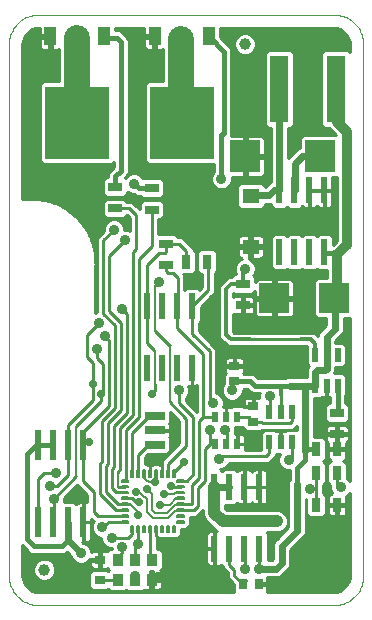
<source format=gtl>
G75*
G70*
%OFA0B0*%
%FSLAX24Y24*%
%IPPOS*%
%LPD*%
%AMOC8*
5,1,8,0,0,1.08239X$1,22.5*
%
%ADD10C,0.0000*%
%ADD11R,0.2126X0.2441*%
%ADD12R,0.0394X0.0630*%
%ADD13R,0.0240X0.0870*%
%ADD14R,0.0315X0.0472*%
%ADD15R,0.0472X0.0315*%
%ADD16R,0.0217X0.0472*%
%ADD17R,0.0236X0.0354*%
%ADD18R,0.0354X0.0276*%
%ADD19R,0.0669X0.0276*%
%ADD20C,0.0059*%
%ADD21R,0.0380X0.0400*%
%ADD22R,0.0354X0.0315*%
%ADD23R,0.0240X0.1024*%
%ADD24R,0.0276X0.0354*%
%ADD25R,0.0579X0.0500*%
%ADD26R,0.0630X0.2244*%
%ADD27R,0.1004X0.0984*%
%ADD28R,0.1004X0.1063*%
%ADD29C,0.0394*%
%ADD30C,0.0100*%
%ADD31C,0.0160*%
%ADD32C,0.0357*%
%ADD33C,0.0240*%
%ADD34C,0.0278*%
%ADD35C,0.0320*%
%ADD36C,0.0120*%
%ADD37C,0.0079*%
%ADD38C,0.0070*%
%ADD39C,0.0400*%
%ADD40C,0.0860*%
D10*
X016013Y005469D02*
X016013Y023186D01*
X016014Y023186D02*
X016016Y023248D01*
X016022Y023309D01*
X016031Y023370D01*
X016045Y023431D01*
X016062Y023490D01*
X016083Y023548D01*
X016108Y023605D01*
X016136Y023660D01*
X016167Y023713D01*
X016202Y023764D01*
X016240Y023813D01*
X016281Y023860D01*
X016324Y023903D01*
X016371Y023944D01*
X016420Y023982D01*
X016471Y024017D01*
X016524Y024048D01*
X016579Y024076D01*
X016636Y024101D01*
X016694Y024122D01*
X016753Y024139D01*
X016814Y024153D01*
X016875Y024162D01*
X016936Y024168D01*
X016998Y024170D01*
X026840Y024170D01*
X026902Y024168D01*
X026963Y024162D01*
X027024Y024153D01*
X027085Y024139D01*
X027144Y024122D01*
X027202Y024101D01*
X027259Y024076D01*
X027314Y024048D01*
X027367Y024017D01*
X027418Y023982D01*
X027467Y023944D01*
X027514Y023903D01*
X027557Y023860D01*
X027598Y023813D01*
X027636Y023764D01*
X027671Y023713D01*
X027702Y023660D01*
X027730Y023605D01*
X027755Y023548D01*
X027776Y023490D01*
X027793Y023431D01*
X027807Y023370D01*
X027816Y023309D01*
X027822Y023248D01*
X027824Y023186D01*
X027824Y005469D01*
X027822Y005407D01*
X027816Y005346D01*
X027807Y005285D01*
X027793Y005224D01*
X027776Y005165D01*
X027755Y005107D01*
X027730Y005050D01*
X027702Y004995D01*
X027671Y004942D01*
X027636Y004891D01*
X027598Y004842D01*
X027557Y004795D01*
X027514Y004752D01*
X027467Y004711D01*
X027418Y004673D01*
X027367Y004638D01*
X027314Y004607D01*
X027259Y004579D01*
X027202Y004554D01*
X027144Y004533D01*
X027085Y004516D01*
X027024Y004502D01*
X026963Y004493D01*
X026902Y004487D01*
X026840Y004485D01*
X016998Y004485D01*
X016936Y004487D01*
X016875Y004493D01*
X016814Y004502D01*
X016753Y004516D01*
X016694Y004533D01*
X016636Y004554D01*
X016579Y004579D01*
X016524Y004607D01*
X016471Y004638D01*
X016420Y004673D01*
X016371Y004711D01*
X016324Y004752D01*
X016281Y004795D01*
X016240Y004842D01*
X016202Y004891D01*
X016167Y004942D01*
X016136Y004995D01*
X016108Y005050D01*
X016083Y005107D01*
X016062Y005165D01*
X016045Y005224D01*
X016031Y005285D01*
X016022Y005346D01*
X016016Y005407D01*
X016014Y005469D01*
D11*
X018285Y020575D03*
X021773Y020575D03*
D12*
X020876Y023449D03*
X019183Y023449D03*
X017387Y023449D03*
X022671Y023449D03*
D13*
X025027Y018310D03*
X025527Y018310D03*
X026027Y018310D03*
X026527Y018310D03*
X026527Y016250D03*
X026027Y016250D03*
X025527Y016250D03*
X025027Y016250D03*
X022118Y014452D03*
X021618Y014452D03*
X021118Y014452D03*
X020618Y014452D03*
X020618Y012392D03*
X021118Y012392D03*
X021618Y012392D03*
X022118Y012392D03*
X022862Y008428D03*
X023362Y008428D03*
X023862Y008428D03*
X024362Y008428D03*
X024362Y006368D03*
X023862Y006368D03*
X023362Y006368D03*
X022862Y006368D03*
D14*
X026250Y007831D03*
X026958Y007831D03*
X026958Y008894D03*
X026250Y008894D03*
X026250Y009682D03*
X026958Y009682D03*
X022628Y015941D03*
X021919Y015941D03*
D15*
X021250Y015823D03*
X021250Y016532D03*
X020777Y017674D03*
X020777Y018382D03*
X019557Y018422D03*
X019557Y017713D03*
X023809Y015193D03*
X023809Y014485D03*
X026958Y010902D03*
X026958Y010193D03*
D16*
X025442Y009918D03*
X025068Y009918D03*
X024694Y009918D03*
X024694Y010941D03*
X025068Y010941D03*
X025442Y010941D03*
X026230Y011808D03*
X026604Y011808D03*
X026978Y011808D03*
X026978Y012831D03*
X026230Y012831D03*
D17*
X023631Y010764D03*
X023257Y010764D03*
X022883Y010764D03*
X022883Y009859D03*
X023257Y009859D03*
X023631Y009859D03*
D18*
X024163Y010607D03*
X024163Y011119D03*
X023533Y011945D03*
X023533Y012457D03*
D19*
X020895Y010784D03*
X020895Y010312D03*
X020895Y009839D03*
D20*
X020885Y008984D02*
X020885Y008766D01*
X020885Y008984D02*
X020945Y008984D01*
X020945Y008766D01*
X020885Y008766D01*
X020885Y008824D02*
X020945Y008824D01*
X020945Y008882D02*
X020885Y008882D01*
X020885Y008940D02*
X020945Y008940D01*
X021082Y008984D02*
X021082Y008766D01*
X021082Y008984D02*
X021142Y008984D01*
X021142Y008766D01*
X021082Y008766D01*
X021082Y008824D02*
X021142Y008824D01*
X021142Y008882D02*
X021082Y008882D01*
X021082Y008940D02*
X021142Y008940D01*
X021279Y008984D02*
X021279Y008766D01*
X021279Y008984D02*
X021339Y008984D01*
X021339Y008766D01*
X021279Y008766D01*
X021279Y008824D02*
X021339Y008824D01*
X021339Y008882D02*
X021279Y008882D01*
X021279Y008940D02*
X021339Y008940D01*
X021475Y008984D02*
X021475Y008766D01*
X021475Y008984D02*
X021535Y008984D01*
X021535Y008766D01*
X021475Y008766D01*
X021475Y008824D02*
X021535Y008824D01*
X021535Y008882D02*
X021475Y008882D01*
X021475Y008940D02*
X021535Y008940D01*
X021633Y008668D02*
X021633Y008608D01*
X021633Y008668D02*
X021851Y008668D01*
X021851Y008608D01*
X021633Y008608D01*
X021633Y008666D02*
X021851Y008666D01*
X021633Y008471D02*
X021633Y008411D01*
X021633Y008471D02*
X021851Y008471D01*
X021851Y008411D01*
X021633Y008411D01*
X021633Y008469D02*
X021851Y008469D01*
X021633Y008275D02*
X021633Y008215D01*
X021633Y008275D02*
X021851Y008275D01*
X021851Y008215D01*
X021633Y008215D01*
X021633Y008273D02*
X021851Y008273D01*
X021633Y008078D02*
X021633Y008018D01*
X021633Y008078D02*
X021851Y008078D01*
X021851Y008018D01*
X021633Y008018D01*
X021633Y008076D02*
X021851Y008076D01*
X021633Y007881D02*
X021633Y007821D01*
X021633Y007881D02*
X021851Y007881D01*
X021851Y007821D01*
X021633Y007821D01*
X021633Y007879D02*
X021851Y007879D01*
X021633Y007684D02*
X021633Y007624D01*
X021633Y007684D02*
X021851Y007684D01*
X021851Y007624D01*
X021633Y007624D01*
X021633Y007682D02*
X021851Y007682D01*
X021633Y007487D02*
X021633Y007427D01*
X021633Y007487D02*
X021851Y007487D01*
X021851Y007427D01*
X021633Y007427D01*
X021633Y007485D02*
X021851Y007485D01*
X021633Y007290D02*
X021633Y007230D01*
X021633Y007290D02*
X021851Y007290D01*
X021851Y007230D01*
X021633Y007230D01*
X021633Y007288D02*
X021851Y007288D01*
X021475Y007133D02*
X021475Y006915D01*
X021475Y007133D02*
X021535Y007133D01*
X021535Y006915D01*
X021475Y006915D01*
X021475Y006973D02*
X021535Y006973D01*
X021535Y007031D02*
X021475Y007031D01*
X021475Y007089D02*
X021535Y007089D01*
X021279Y007133D02*
X021279Y006915D01*
X021279Y007133D02*
X021339Y007133D01*
X021339Y006915D01*
X021279Y006915D01*
X021279Y006973D02*
X021339Y006973D01*
X021339Y007031D02*
X021279Y007031D01*
X021279Y007089D02*
X021339Y007089D01*
X021082Y007133D02*
X021082Y006915D01*
X021082Y007133D02*
X021142Y007133D01*
X021142Y006915D01*
X021082Y006915D01*
X021082Y006973D02*
X021142Y006973D01*
X021142Y007031D02*
X021082Y007031D01*
X021082Y007089D02*
X021142Y007089D01*
X020885Y007133D02*
X020885Y006915D01*
X020885Y007133D02*
X020945Y007133D01*
X020945Y006915D01*
X020885Y006915D01*
X020885Y006973D02*
X020945Y006973D01*
X020945Y007031D02*
X020885Y007031D01*
X020885Y007089D02*
X020945Y007089D01*
X020688Y007133D02*
X020688Y006915D01*
X020688Y007133D02*
X020748Y007133D01*
X020748Y006915D01*
X020688Y006915D01*
X020688Y006973D02*
X020748Y006973D01*
X020748Y007031D02*
X020688Y007031D01*
X020688Y007089D02*
X020748Y007089D01*
X020491Y007133D02*
X020491Y006915D01*
X020491Y007133D02*
X020551Y007133D01*
X020551Y006915D01*
X020491Y006915D01*
X020491Y006973D02*
X020551Y006973D01*
X020551Y007031D02*
X020491Y007031D01*
X020491Y007089D02*
X020551Y007089D01*
X020294Y007133D02*
X020294Y006915D01*
X020294Y007133D02*
X020354Y007133D01*
X020354Y006915D01*
X020294Y006915D01*
X020294Y006973D02*
X020354Y006973D01*
X020354Y007031D02*
X020294Y007031D01*
X020294Y007089D02*
X020354Y007089D01*
X020098Y007133D02*
X020098Y006915D01*
X020098Y007133D02*
X020158Y007133D01*
X020158Y006915D01*
X020098Y006915D01*
X020098Y006973D02*
X020158Y006973D01*
X020158Y007031D02*
X020098Y007031D01*
X020098Y007089D02*
X020158Y007089D01*
X019782Y007230D02*
X019782Y007290D01*
X020000Y007290D01*
X020000Y007230D01*
X019782Y007230D01*
X019782Y007288D02*
X020000Y007288D01*
X019782Y007427D02*
X019782Y007487D01*
X020000Y007487D01*
X020000Y007427D01*
X019782Y007427D01*
X019782Y007485D02*
X020000Y007485D01*
X019782Y007624D02*
X019782Y007684D01*
X020000Y007684D01*
X020000Y007624D01*
X019782Y007624D01*
X019782Y007682D02*
X020000Y007682D01*
X019782Y007821D02*
X019782Y007881D01*
X020000Y007881D01*
X020000Y007821D01*
X019782Y007821D01*
X019782Y007879D02*
X020000Y007879D01*
X019782Y008018D02*
X019782Y008078D01*
X020000Y008078D01*
X020000Y008018D01*
X019782Y008018D01*
X019782Y008076D02*
X020000Y008076D01*
X019782Y008215D02*
X019782Y008275D01*
X020000Y008275D01*
X020000Y008215D01*
X019782Y008215D01*
X019782Y008273D02*
X020000Y008273D01*
X019782Y008411D02*
X019782Y008471D01*
X020000Y008471D01*
X020000Y008411D01*
X019782Y008411D01*
X019782Y008469D02*
X020000Y008469D01*
X019782Y008608D02*
X019782Y008668D01*
X020000Y008668D01*
X020000Y008608D01*
X019782Y008608D01*
X019782Y008666D02*
X020000Y008666D01*
X020098Y008766D02*
X020098Y008984D01*
X020158Y008984D01*
X020158Y008766D01*
X020098Y008766D01*
X020098Y008824D02*
X020158Y008824D01*
X020158Y008882D02*
X020098Y008882D01*
X020098Y008940D02*
X020158Y008940D01*
X020294Y008984D02*
X020294Y008766D01*
X020294Y008984D02*
X020354Y008984D01*
X020354Y008766D01*
X020294Y008766D01*
X020294Y008824D02*
X020354Y008824D01*
X020354Y008882D02*
X020294Y008882D01*
X020294Y008940D02*
X020354Y008940D01*
X020491Y008984D02*
X020491Y008766D01*
X020491Y008984D02*
X020551Y008984D01*
X020551Y008766D01*
X020491Y008766D01*
X020491Y008824D02*
X020551Y008824D01*
X020551Y008882D02*
X020491Y008882D01*
X020491Y008940D02*
X020551Y008940D01*
X020688Y008984D02*
X020688Y008766D01*
X020688Y008984D02*
X020748Y008984D01*
X020748Y008766D01*
X020688Y008766D01*
X020688Y008824D02*
X020748Y008824D01*
X020748Y008882D02*
X020688Y008882D01*
X020688Y008940D02*
X020748Y008940D01*
D21*
X020777Y006001D03*
X020226Y006001D03*
X019635Y006001D03*
X019635Y005331D03*
X020226Y005331D03*
X020777Y005331D03*
D22*
X019045Y005331D03*
X019045Y006001D03*
D23*
X018496Y007253D03*
X017996Y007253D03*
X017496Y007253D03*
X016996Y007253D03*
X016996Y009834D03*
X017496Y009834D03*
X017996Y009834D03*
X018496Y009834D03*
D24*
X023828Y005193D03*
X024340Y005193D03*
D25*
X024084Y016434D03*
X024084Y018127D03*
D26*
X025029Y021690D03*
X026919Y021690D03*
D27*
X026850Y014721D03*
X024862Y014721D03*
D28*
X023897Y019445D03*
X026397Y019445D03*
D29*
X023887Y023186D03*
X017194Y005666D03*
D30*
X016828Y005667D02*
X016463Y005667D01*
X016463Y005765D02*
X016839Y005765D01*
X016828Y005739D02*
X016828Y005593D01*
X016883Y005458D01*
X016987Y005355D01*
X017121Y005299D01*
X017267Y005299D01*
X017402Y005355D01*
X017505Y005458D01*
X017561Y005593D01*
X017561Y005739D01*
X017505Y005874D01*
X017402Y005977D01*
X017267Y006033D01*
X017121Y006033D01*
X016987Y005977D01*
X016883Y005874D01*
X016828Y005739D01*
X016879Y005864D02*
X016463Y005864D01*
X016463Y005962D02*
X016972Y005962D01*
X016790Y006203D02*
X016698Y006241D01*
X016628Y006312D01*
X016463Y006477D01*
X016463Y005469D01*
X016468Y005399D01*
X016504Y005265D01*
X016574Y005144D01*
X016672Y005045D01*
X016793Y004975D01*
X016928Y004939D01*
X016998Y004935D01*
X023532Y004935D01*
X023520Y004946D01*
X023520Y005170D01*
X023470Y005220D01*
X023313Y005378D01*
X023313Y005575D01*
X023142Y005746D01*
X023142Y005793D01*
X023098Y005837D01*
X023074Y005813D01*
X023040Y005793D01*
X023002Y005783D01*
X022872Y005783D01*
X022872Y006358D01*
X022852Y006358D01*
X022852Y005783D01*
X022722Y005783D01*
X022684Y005793D01*
X022650Y005813D01*
X022622Y005841D01*
X022602Y005875D01*
X022592Y005913D01*
X022592Y006358D01*
X022852Y006358D01*
X022852Y006378D01*
X022592Y006378D01*
X022592Y006823D01*
X022602Y006861D01*
X022622Y006895D01*
X022650Y006923D01*
X022684Y006943D01*
X022722Y006953D01*
X022852Y006953D01*
X022852Y006378D01*
X022872Y006378D01*
X022872Y006953D01*
X022962Y006953D01*
X022930Y006966D01*
X022826Y007070D01*
X022654Y007242D01*
X022550Y007346D01*
X022494Y007482D01*
X022494Y007662D01*
X022266Y007434D01*
X022049Y007434D01*
X022049Y007148D01*
X021933Y007031D01*
X021735Y007031D01*
X021735Y006833D01*
X021618Y006716D01*
X021000Y006716D01*
X020977Y006739D01*
X020968Y006736D01*
X020938Y006736D01*
X020938Y006371D01*
X021038Y006371D01*
X021137Y006271D01*
X021137Y005730D01*
X021059Y005652D01*
X021059Y005651D01*
X021087Y005623D01*
X021107Y005589D01*
X021117Y005551D01*
X021117Y005376D01*
X020822Y005376D01*
X020822Y005286D01*
X020822Y004981D01*
X020987Y004981D01*
X021025Y004991D01*
X021059Y005011D01*
X021087Y005039D01*
X021107Y005073D01*
X021117Y005112D01*
X021117Y005286D01*
X020822Y005286D01*
X020732Y005286D01*
X020732Y004981D01*
X020567Y004981D01*
X020529Y004991D01*
X020521Y004996D01*
X020486Y004961D01*
X019966Y004961D01*
X019931Y004996D01*
X019896Y004961D01*
X019375Y004961D01*
X019312Y005024D01*
X019292Y005004D01*
X018797Y005004D01*
X018698Y005103D01*
X018698Y005559D01*
X018797Y005659D01*
X019292Y005659D01*
X019312Y005639D01*
X019340Y005666D01*
X019294Y005711D01*
X019280Y005703D01*
X019242Y005693D01*
X019074Y005693D01*
X019074Y005972D01*
X019016Y005972D01*
X018718Y005972D01*
X018718Y005823D01*
X018728Y005785D01*
X018748Y005751D01*
X018776Y005723D01*
X018810Y005703D01*
X018848Y005693D01*
X019016Y005693D01*
X019016Y005972D01*
X019016Y006029D01*
X018718Y006029D01*
X018718Y006038D01*
X018710Y006020D01*
X018612Y005922D01*
X018484Y005869D01*
X018346Y005869D01*
X018218Y005922D01*
X018120Y006020D01*
X018066Y006148D01*
X018066Y006155D01*
X017954Y006268D01*
X017927Y006241D01*
X017835Y006203D01*
X016790Y006203D01*
X016682Y006258D02*
X016463Y006258D01*
X016463Y006356D02*
X016584Y006356D01*
X016485Y006455D02*
X016463Y006455D01*
X016463Y006159D02*
X018063Y006159D01*
X018103Y006061D02*
X016463Y006061D01*
X016463Y005568D02*
X016838Y005568D01*
X016879Y005470D02*
X016463Y005470D01*
X016475Y005371D02*
X016970Y005371D01*
X016790Y004977D02*
X019359Y004977D01*
X019635Y005331D02*
X019045Y005331D01*
X018698Y005371D02*
X017419Y005371D01*
X017510Y005470D02*
X018698Y005470D01*
X018707Y005568D02*
X017551Y005568D01*
X017561Y005667D02*
X019339Y005667D01*
X019074Y005765D02*
X019016Y005765D01*
X019016Y005864D02*
X019074Y005864D01*
X019074Y005962D02*
X019016Y005962D01*
X019016Y006029D02*
X019016Y006308D01*
X018848Y006308D01*
X018810Y006298D01*
X018776Y006278D01*
X018763Y006266D01*
X018763Y006286D01*
X018710Y006414D01*
X018612Y006512D01*
X018484Y006566D01*
X018477Y006566D01*
X018451Y006591D01*
X018486Y006591D01*
X018486Y007243D01*
X018506Y007243D01*
X018506Y007263D01*
X018766Y007263D01*
X018766Y007366D01*
X018840Y007292D01*
X018828Y007281D01*
X018775Y007153D01*
X018775Y007014D01*
X018828Y006886D01*
X018926Y006788D01*
X019054Y006735D01*
X019090Y006735D01*
X019090Y006660D01*
X019143Y006532D01*
X019241Y006434D01*
X019369Y006380D01*
X019444Y006380D01*
X019444Y006371D01*
X019375Y006371D01*
X019294Y006290D01*
X019280Y006298D01*
X019242Y006308D01*
X019074Y006308D01*
X019074Y006029D01*
X019016Y006029D01*
X019016Y006061D02*
X019074Y006061D01*
X019074Y006159D02*
X019016Y006159D01*
X019016Y006258D02*
X019074Y006258D01*
X019220Y006455D02*
X018670Y006455D01*
X018734Y006356D02*
X019361Y006356D01*
X019134Y006553D02*
X018514Y006553D01*
X018506Y006591D02*
X018635Y006591D01*
X018674Y006601D01*
X018708Y006621D01*
X018736Y006649D01*
X018755Y006683D01*
X018766Y006721D01*
X018766Y007243D01*
X018506Y007243D01*
X018506Y006591D01*
X018506Y006652D02*
X018486Y006652D01*
X018486Y006750D02*
X018506Y006750D01*
X018506Y006849D02*
X018486Y006849D01*
X018486Y006947D02*
X018506Y006947D01*
X018506Y007046D02*
X018486Y007046D01*
X018486Y007144D02*
X018506Y007144D01*
X018506Y007243D02*
X018486Y007243D01*
X018486Y007263D02*
X018486Y007915D01*
X018356Y007915D01*
X018318Y007905D01*
X018284Y007885D01*
X018260Y007861D01*
X018186Y007935D01*
X017848Y007935D01*
X017858Y007959D01*
X017858Y008065D01*
X018297Y008504D01*
X018628Y008173D01*
X018628Y007915D01*
X018506Y007915D01*
X018506Y007263D01*
X018486Y007263D01*
X018486Y007341D02*
X018506Y007341D01*
X018506Y007440D02*
X018486Y007440D01*
X018486Y007538D02*
X018506Y007538D01*
X018506Y007637D02*
X018486Y007637D01*
X018486Y007735D02*
X018506Y007735D01*
X018506Y007834D02*
X018486Y007834D01*
X018628Y007932D02*
X018189Y007932D01*
X017922Y008129D02*
X018628Y008129D01*
X018628Y008031D02*
X017858Y008031D01*
X018020Y008228D02*
X018573Y008228D01*
X018475Y008326D02*
X018119Y008326D01*
X018217Y008425D02*
X018376Y008425D01*
X018496Y008617D02*
X018848Y008264D01*
X018848Y007595D01*
X018986Y007457D01*
X019891Y007457D01*
X019891Y007260D02*
X019340Y007260D01*
X019124Y007083D01*
X018803Y006947D02*
X018766Y006947D01*
X018766Y006849D02*
X018865Y006849D01*
X018766Y006750D02*
X019017Y006750D01*
X019093Y006652D02*
X018737Y006652D01*
X018766Y007046D02*
X018775Y007046D01*
X018766Y007144D02*
X018775Y007144D01*
X018766Y007243D02*
X018813Y007243D01*
X018791Y007341D02*
X018766Y007341D01*
X019576Y007654D02*
X019045Y008186D01*
X019045Y009209D01*
X019124Y009288D01*
X019124Y010627D01*
X019557Y011060D01*
X019557Y013816D01*
X019163Y014209D01*
X019163Y016650D01*
X019517Y017004D01*
X019399Y017004D01*
X019169Y016994D02*
X018602Y016994D01*
X018614Y016972D02*
X018587Y017025D01*
X018575Y017029D01*
X018496Y017147D01*
X018497Y017160D01*
X018458Y017204D01*
X018425Y017253D01*
X018413Y017256D01*
X018319Y017363D01*
X018318Y017375D01*
X018274Y017415D01*
X018235Y017459D01*
X018222Y017460D01*
X018115Y017554D01*
X018113Y017566D01*
X018063Y017599D01*
X018019Y017638D01*
X018006Y017637D01*
X017888Y017716D01*
X017884Y017728D01*
X017831Y017754D01*
X017782Y017787D01*
X017769Y017785D01*
X017642Y017848D01*
X017636Y017859D01*
X017580Y017878D01*
X017527Y017904D01*
X017515Y017900D01*
X017380Y017946D01*
X017373Y017957D01*
X017315Y017968D01*
X017259Y017987D01*
X017247Y017982D01*
X017108Y018009D01*
X017100Y018019D01*
X017041Y018023D01*
X016982Y018034D01*
X016972Y018027D01*
X016836Y018036D01*
X016832Y018041D01*
X016767Y018041D01*
X016702Y018045D01*
X016697Y018041D01*
X016463Y018041D01*
X016463Y023186D01*
X016468Y023255D01*
X016504Y023390D01*
X016574Y023511D01*
X016672Y023609D01*
X016793Y023679D01*
X016928Y023715D01*
X016998Y023720D01*
X017040Y023720D01*
X017040Y023498D01*
X017339Y023498D01*
X017339Y023401D01*
X017436Y023401D01*
X017436Y022984D01*
X017604Y022984D01*
X017642Y022995D01*
X017676Y023014D01*
X017697Y023035D01*
X017697Y021966D01*
X017152Y021966D01*
X017052Y021866D01*
X017052Y019284D01*
X017152Y019185D01*
X019418Y019185D01*
X019503Y019270D01*
X019503Y019077D01*
X019415Y018988D01*
X019345Y018918D01*
X019307Y018826D01*
X019307Y018749D01*
X019250Y018749D01*
X019150Y018650D01*
X019150Y018194D01*
X019250Y018094D01*
X019863Y018094D01*
X019963Y018194D01*
X019963Y018271D01*
X019989Y018245D01*
X020117Y018191D01*
X020181Y018191D01*
X020202Y018171D01*
X020294Y018132D01*
X020393Y018132D01*
X020470Y018055D01*
X021084Y018055D01*
X021183Y018155D01*
X021183Y018610D01*
X021084Y018710D01*
X020493Y018710D01*
X020482Y018737D01*
X020384Y018835D01*
X020256Y018888D01*
X020117Y018888D01*
X019989Y018835D01*
X019891Y018737D01*
X019887Y018726D01*
X019873Y018739D01*
X019965Y018831D01*
X020003Y018923D01*
X020003Y023314D01*
X019965Y023406D01*
X019895Y023476D01*
X019757Y023614D01*
X019665Y023652D01*
X019549Y023652D01*
X019549Y023720D01*
X020529Y023720D01*
X020529Y023498D01*
X020827Y023498D01*
X020827Y023401D01*
X020529Y023401D01*
X020529Y023115D01*
X020539Y023077D01*
X020559Y023042D01*
X020587Y023014D01*
X020621Y022995D01*
X020659Y022984D01*
X020827Y022984D01*
X020827Y023401D01*
X020924Y023401D01*
X020924Y022984D01*
X021092Y022984D01*
X021130Y022995D01*
X021161Y023013D01*
X021161Y021966D01*
X020640Y021966D01*
X020540Y021866D01*
X020540Y019284D01*
X020640Y019185D01*
X022850Y019185D01*
X022850Y018940D01*
X022805Y018895D01*
X022752Y018767D01*
X020452Y018767D01*
X020310Y018866D02*
X022793Y018866D01*
X022752Y018767D02*
X022752Y018628D01*
X022805Y018500D01*
X022903Y018402D01*
X023031Y018349D01*
X023169Y018349D01*
X023297Y018402D01*
X023395Y018500D01*
X023448Y018628D01*
X023448Y018764D01*
X023847Y018764D01*
X023847Y019395D01*
X023947Y019395D01*
X023947Y018764D01*
X024419Y018764D01*
X024457Y018774D01*
X024491Y018794D01*
X024519Y018822D01*
X024539Y018856D01*
X024549Y018894D01*
X024549Y019395D01*
X023947Y019395D01*
X023947Y019495D01*
X024549Y019495D01*
X024549Y019997D01*
X024539Y020035D01*
X024519Y020069D01*
X024491Y020097D01*
X024457Y020117D01*
X024419Y020127D01*
X023947Y020127D01*
X023947Y019495D01*
X023847Y019495D01*
X023847Y020127D01*
X023405Y020127D01*
X023429Y020183D01*
X023429Y022991D01*
X023391Y023083D01*
X023320Y023153D01*
X023038Y023436D01*
X023038Y023720D01*
X026840Y023720D01*
X026910Y023715D01*
X027045Y023679D01*
X027165Y023609D01*
X027264Y023511D01*
X027334Y023390D01*
X027370Y023255D01*
X027374Y023186D01*
X027374Y022911D01*
X027304Y022982D01*
X026533Y022982D01*
X026434Y022882D01*
X026434Y020497D01*
X026533Y020397D01*
X026681Y020397D01*
X026932Y020147D01*
X025825Y020147D01*
X025725Y020047D01*
X025725Y019735D01*
X025719Y019735D01*
X025613Y019691D01*
X025377Y019455D01*
X025319Y019398D01*
X025319Y020397D01*
X025414Y020397D01*
X025514Y020497D01*
X025514Y022882D01*
X025414Y022982D01*
X024644Y022982D01*
X024544Y022882D01*
X024544Y020497D01*
X024644Y020397D01*
X024739Y020397D01*
X024739Y018817D01*
X024737Y018815D01*
X024737Y018582D01*
X024674Y018556D01*
X024593Y018474D01*
X024555Y018436D01*
X024544Y018436D01*
X024544Y018447D01*
X024444Y018547D01*
X023724Y018547D01*
X023625Y018447D01*
X023625Y017806D01*
X023724Y017707D01*
X024444Y017707D01*
X024544Y017806D01*
X024544Y017856D01*
X024732Y017856D01*
X024737Y017858D01*
X024737Y017805D01*
X024837Y017705D01*
X025218Y017705D01*
X025277Y017765D01*
X025337Y017705D01*
X025718Y017705D01*
X025791Y017779D01*
X025815Y017755D01*
X025849Y017735D01*
X025887Y017725D01*
X026017Y017725D01*
X026017Y018300D01*
X026037Y018300D01*
X026037Y017725D01*
X026167Y017725D01*
X026205Y017735D01*
X026239Y017755D01*
X026267Y017783D01*
X026277Y017800D01*
X026287Y017783D01*
X026315Y017755D01*
X026349Y017735D01*
X026387Y017725D01*
X026517Y017725D01*
X026517Y018300D01*
X026037Y018300D01*
X026037Y018320D01*
X026297Y018320D01*
X026517Y018320D01*
X026517Y018300D01*
X026537Y018300D01*
X026537Y017725D01*
X026667Y017725D01*
X026705Y017735D01*
X026739Y017755D01*
X026767Y017783D01*
X026787Y017817D01*
X026797Y017855D01*
X026797Y018300D01*
X026537Y018300D01*
X026537Y018320D01*
X026797Y018320D01*
X026797Y018744D01*
X026943Y018744D01*
X026943Y016629D01*
X026817Y016503D01*
X026817Y016755D01*
X026718Y016855D01*
X026337Y016855D01*
X026277Y016795D01*
X026218Y016855D01*
X025837Y016855D01*
X025777Y016795D01*
X025718Y016855D01*
X025337Y016855D01*
X025277Y016795D01*
X025218Y016855D01*
X024837Y016855D01*
X024737Y016755D01*
X024737Y015745D01*
X024837Y015645D01*
X025218Y015645D01*
X025277Y015705D01*
X025337Y015645D01*
X025718Y015645D01*
X025777Y015705D01*
X025837Y015645D01*
X026218Y015645D01*
X026277Y015705D01*
X026337Y015645D01*
X026628Y015645D01*
X026628Y015383D01*
X026278Y015383D01*
X026178Y015284D01*
X026178Y014158D01*
X026278Y014059D01*
X026589Y014059D01*
X026589Y013818D01*
X026358Y013586D01*
X026314Y013479D01*
X026314Y013447D01*
X026187Y013573D01*
X025642Y013573D01*
X025632Y013563D01*
X024150Y013563D01*
X024140Y013573D01*
X023510Y013573D01*
X023487Y013596D01*
X023487Y014203D01*
X023514Y014188D01*
X023553Y014177D01*
X023780Y014177D01*
X023780Y014456D01*
X023837Y014456D01*
X023837Y014177D01*
X024065Y014177D01*
X024103Y014188D01*
X024137Y014207D01*
X024165Y014235D01*
X024185Y014269D01*
X024195Y014308D01*
X024195Y014456D01*
X023837Y014456D01*
X023837Y014514D01*
X023780Y014514D01*
X023780Y014792D01*
X023553Y014792D01*
X023514Y014782D01*
X023487Y014766D01*
X023487Y014881D01*
X023502Y014866D01*
X024115Y014866D01*
X024210Y014961D01*
X024210Y014771D01*
X024812Y014771D01*
X024812Y015363D01*
X024340Y015363D01*
X024302Y015353D01*
X024268Y015333D01*
X024240Y015305D01*
X024220Y015271D01*
X024215Y015252D01*
X024215Y015421D01*
X024156Y015481D01*
X024183Y015508D01*
X024236Y015636D01*
X024236Y015775D01*
X024183Y015903D01*
X024085Y016001D01*
X024005Y016034D01*
X024034Y016034D01*
X024034Y016384D01*
X023645Y016384D01*
X023645Y016164D01*
X023655Y016126D01*
X023675Y016092D01*
X023703Y016064D01*
X023737Y016044D01*
X023772Y016035D01*
X023690Y016001D01*
X023592Y015903D01*
X023539Y015775D01*
X023539Y015636D01*
X023579Y015540D01*
X023579Y015521D01*
X023502Y015521D01*
X023404Y015423D01*
X023320Y015423D01*
X023162Y015266D01*
X023027Y015131D01*
X023027Y013405D01*
X023185Y013248D01*
X023320Y013113D01*
X024140Y013113D01*
X024150Y013123D01*
X025632Y013123D01*
X025642Y013113D01*
X025952Y013113D01*
X025952Y012525D01*
X026018Y012458D01*
X025984Y012425D01*
X025940Y012318D01*
X025940Y012098D01*
X025326Y012098D01*
X025229Y012058D01*
X024306Y012058D01*
X024276Y012087D01*
X024206Y012157D01*
X024114Y012195D01*
X023838Y012195D01*
X023818Y012215D01*
X023830Y012227D01*
X023850Y012262D01*
X023860Y012300D01*
X023860Y012438D01*
X023552Y012438D01*
X023552Y012476D01*
X023860Y012476D01*
X023860Y012615D01*
X023850Y012653D01*
X023830Y012687D01*
X023802Y012715D01*
X023768Y012735D01*
X023730Y012745D01*
X023552Y012745D01*
X023552Y012476D01*
X023514Y012476D01*
X023514Y012438D01*
X023206Y012438D01*
X023206Y012300D01*
X023216Y012262D01*
X023236Y012227D01*
X023248Y012215D01*
X023186Y012154D01*
X023186Y011874D01*
X023159Y011848D01*
X023106Y011719D01*
X023106Y011581D01*
X023159Y011453D01*
X023257Y011355D01*
X023385Y011302D01*
X023524Y011302D01*
X023652Y011355D01*
X023750Y011453D01*
X023803Y011581D01*
X023803Y011660D01*
X023838Y011695D01*
X023961Y011695D01*
X024061Y011596D01*
X024153Y011558D01*
X024380Y011558D01*
X024366Y011523D01*
X024366Y011405D01*
X024360Y011406D01*
X024182Y011406D01*
X024182Y011138D01*
X024144Y011138D01*
X024144Y011406D01*
X023966Y011406D01*
X023928Y011396D01*
X023894Y011376D01*
X023866Y011349D01*
X023846Y011314D01*
X023836Y011276D01*
X023836Y011138D01*
X024144Y011138D01*
X024144Y011100D01*
X023836Y011100D01*
X023836Y011096D01*
X023820Y011111D01*
X023443Y011111D01*
X023417Y011086D01*
X023395Y011091D01*
X023266Y011091D01*
X023266Y010773D01*
X023248Y010773D01*
X023248Y011091D01*
X023149Y011091D01*
X023173Y011148D01*
X023173Y011286D01*
X023120Y011414D01*
X023022Y011512D01*
X022926Y011552D01*
X022926Y013040D01*
X022797Y013169D01*
X022338Y013629D01*
X022338Y013876D01*
X022408Y013946D01*
X022408Y014426D01*
X022758Y014777D01*
X022887Y014905D01*
X022887Y015567D01*
X022955Y015635D01*
X022955Y016248D01*
X022855Y016348D01*
X022400Y016348D01*
X022300Y016248D01*
X022300Y015635D01*
X022400Y015535D01*
X022447Y015535D01*
X022447Y015088D01*
X022362Y015003D01*
X022308Y015057D01*
X021927Y015057D01*
X021868Y014997D01*
X021863Y015002D01*
X021863Y015481D01*
X021809Y015535D01*
X022147Y015535D01*
X022246Y015635D01*
X022246Y016248D01*
X022147Y016348D01*
X022139Y016348D01*
X022139Y016387D01*
X022010Y016516D01*
X021774Y016752D01*
X021656Y016752D01*
X021656Y016760D01*
X021556Y016860D01*
X020997Y016860D01*
X020997Y017346D01*
X021084Y017346D01*
X021183Y017446D01*
X021183Y017902D01*
X021084Y018001D01*
X020470Y018001D01*
X020371Y017902D01*
X020371Y017682D01*
X020249Y017804D01*
X020120Y017933D01*
X019963Y017933D01*
X019963Y017941D01*
X019863Y018041D01*
X019250Y018041D01*
X019150Y017941D01*
X019150Y017485D01*
X019250Y017386D01*
X019863Y017386D01*
X019954Y017477D01*
X020045Y017386D01*
X020045Y016955D01*
X019941Y016999D01*
X019866Y016999D01*
X019866Y017074D01*
X019813Y017202D01*
X019715Y017300D01*
X019587Y017353D01*
X019448Y017353D01*
X019320Y017300D01*
X019222Y017202D01*
X019169Y017074D01*
X019169Y016967D01*
X018943Y016741D01*
X018943Y014243D01*
X018936Y014243D01*
X018900Y014228D01*
X018900Y015838D01*
X018904Y015843D01*
X018900Y015908D01*
X018900Y015973D01*
X018895Y015977D01*
X018886Y016113D01*
X018893Y016123D01*
X018882Y016181D01*
X018878Y016240D01*
X018869Y016249D01*
X018841Y016388D01*
X018846Y016400D01*
X018827Y016456D01*
X018816Y016514D01*
X018805Y016521D01*
X018760Y016655D01*
X018764Y016667D01*
X018737Y016721D01*
X018718Y016777D01*
X018707Y016782D01*
X018644Y016910D01*
X018647Y016922D01*
X018614Y016972D01*
X018651Y016896D02*
X019097Y016896D01*
X018999Y016797D02*
X018700Y016797D01*
X018748Y016699D02*
X018943Y016699D01*
X018943Y016600D02*
X018778Y016600D01*
X018818Y016502D02*
X018943Y016502D01*
X018943Y016403D02*
X018845Y016403D01*
X018857Y016305D02*
X018943Y016305D01*
X018943Y016206D02*
X018880Y016206D01*
X018887Y016108D02*
X018943Y016108D01*
X018943Y016009D02*
X018893Y016009D01*
X018900Y015911D02*
X018943Y015911D01*
X018943Y015812D02*
X018900Y015812D01*
X018900Y015714D02*
X018943Y015714D01*
X018943Y015615D02*
X018900Y015615D01*
X018900Y015517D02*
X018943Y015517D01*
X018943Y015418D02*
X018900Y015418D01*
X018900Y015320D02*
X018943Y015320D01*
X018943Y015221D02*
X018900Y015221D01*
X018900Y015123D02*
X018943Y015123D01*
X018943Y015024D02*
X018900Y015024D01*
X018900Y014926D02*
X018943Y014926D01*
X018943Y014827D02*
X018900Y014827D01*
X018900Y014729D02*
X018943Y014729D01*
X018943Y014630D02*
X018900Y014630D01*
X018900Y014532D02*
X018943Y014532D01*
X018943Y014433D02*
X018900Y014433D01*
X018900Y014335D02*
X018943Y014335D01*
X018921Y014236D02*
X018900Y014236D01*
X019005Y013894D02*
X018612Y013501D01*
X018612Y012753D01*
X018809Y012556D01*
X018809Y011965D01*
X018809Y011847D01*
X018809Y011335D01*
X017982Y010508D01*
X017982Y009847D01*
X017996Y009834D01*
X017982Y009820D01*
X017982Y008816D01*
X017628Y008461D01*
X017391Y008461D01*
X016996Y008695D02*
X017194Y008894D01*
X017588Y008894D01*
X016996Y008695D02*
X016996Y007253D01*
X017496Y007253D02*
X017509Y007267D01*
X017509Y008028D01*
X018257Y008776D01*
X018496Y008617D02*
X018496Y009834D01*
X018496Y010274D01*
X019360Y011138D01*
X019360Y013304D01*
X019202Y013461D01*
X018966Y013028D02*
X018966Y012713D01*
X019163Y012516D01*
X019163Y011611D01*
X019084Y011532D01*
X019084Y011296D01*
X018257Y010469D01*
X019320Y010548D02*
X019753Y010981D01*
X019753Y013894D01*
X019360Y014288D01*
X019360Y016138D01*
X019872Y016650D01*
X019793Y016571D01*
X019951Y016994D02*
X020045Y016994D01*
X020045Y017093D02*
X019858Y017093D01*
X019817Y017191D02*
X020045Y017191D01*
X020045Y017290D02*
X019725Y017290D01*
X019866Y017388D02*
X020043Y017388D01*
X020265Y017477D02*
X020029Y017713D01*
X019557Y017713D01*
X019150Y017684D02*
X017936Y017684D01*
X017789Y017782D02*
X019150Y017782D01*
X019150Y017881D02*
X017574Y017881D01*
X017282Y017979D02*
X019189Y017979D01*
X019168Y018176D02*
X016463Y018176D01*
X016463Y018078D02*
X020448Y018078D01*
X020449Y017979D02*
X019925Y017979D01*
X019945Y018176D02*
X020197Y018176D01*
X020173Y017881D02*
X020371Y017881D01*
X020371Y017782D02*
X020271Y017782D01*
X020370Y017684D02*
X020371Y017684D01*
X020265Y017477D02*
X020265Y016375D01*
X020147Y016256D01*
X020147Y010823D01*
X019714Y010390D01*
X019714Y009012D01*
X019635Y008934D01*
X019517Y009091D02*
X019517Y010469D01*
X019950Y010902D01*
X019950Y014209D01*
X019793Y014367D01*
X020618Y014452D02*
X020618Y013227D01*
X020856Y012989D01*
X021348Y013146D02*
X020876Y013619D01*
X021348Y013146D02*
X021368Y013146D01*
X021604Y013737D02*
X022490Y012851D01*
X022490Y010764D01*
X022883Y010764D01*
X023248Y010789D02*
X023266Y010789D01*
X023266Y010887D02*
X023248Y010887D01*
X023248Y010986D02*
X023266Y010986D01*
X023266Y011084D02*
X023248Y011084D01*
X023173Y011183D02*
X023836Y011183D01*
X023837Y011281D02*
X023173Y011281D01*
X023134Y011380D02*
X023232Y011380D01*
X023148Y011478D02*
X023056Y011478D01*
X023108Y011577D02*
X022926Y011577D01*
X022926Y011675D02*
X023106Y011675D01*
X023128Y011774D02*
X022926Y011774D01*
X022926Y011872D02*
X023184Y011872D01*
X023186Y011971D02*
X022926Y011971D01*
X022926Y012069D02*
X023186Y012069D01*
X023200Y012168D02*
X022926Y012168D01*
X022926Y012266D02*
X023215Y012266D01*
X023206Y012365D02*
X022926Y012365D01*
X022926Y012463D02*
X023514Y012463D01*
X023514Y012476D02*
X023206Y012476D01*
X023206Y012615D01*
X023216Y012653D01*
X023236Y012687D01*
X023264Y012715D01*
X023298Y012735D01*
X023336Y012745D01*
X023514Y012745D01*
X023514Y012476D01*
X023552Y012463D02*
X026013Y012463D01*
X025959Y012365D02*
X023860Y012365D01*
X023851Y012266D02*
X025940Y012266D01*
X025940Y012168D02*
X024181Y012168D01*
X024276Y012087D02*
X024276Y012087D01*
X024294Y012069D02*
X025257Y012069D01*
X025068Y011493D02*
X025068Y010941D01*
X024714Y010961D02*
X024694Y010941D01*
X024714Y010961D02*
X024714Y011453D01*
X024366Y011478D02*
X023760Y011478D01*
X023801Y011577D02*
X024106Y011577D01*
X023981Y011675D02*
X023818Y011675D01*
X023899Y011380D02*
X023677Y011380D01*
X024144Y011380D02*
X024182Y011380D01*
X024182Y011281D02*
X024144Y011281D01*
X024144Y011183D02*
X024182Y011183D01*
X024005Y010764D02*
X023631Y010764D01*
X023551Y010417D02*
X023816Y010417D01*
X023816Y010399D01*
X023915Y010299D01*
X024411Y010299D01*
X024439Y010328D01*
X025475Y010328D01*
X025553Y010407D01*
X025605Y010458D01*
X025605Y010324D01*
X025264Y010324D01*
X025234Y010294D01*
X025196Y010304D01*
X025073Y010304D01*
X025073Y009922D01*
X025064Y009922D01*
X025064Y010304D01*
X024940Y010304D01*
X024903Y010294D01*
X024873Y010324D01*
X024516Y010324D01*
X024416Y010225D01*
X024416Y009665D01*
X023900Y009665D01*
X023900Y009850D01*
X023641Y009850D01*
X023641Y009868D01*
X023900Y009868D01*
X023900Y010056D01*
X023889Y010094D01*
X023870Y010128D01*
X023842Y010156D01*
X023807Y010176D01*
X023769Y010186D01*
X023640Y010186D01*
X023640Y009868D01*
X023622Y009868D01*
X023622Y010186D01*
X023543Y010186D01*
X023566Y010242D01*
X023566Y010381D01*
X023551Y010417D01*
X023561Y010395D02*
X023820Y010395D01*
X023566Y010296D02*
X024488Y010296D01*
X024416Y010198D02*
X023548Y010198D01*
X023622Y010099D02*
X023640Y010099D01*
X023640Y010001D02*
X023622Y010001D01*
X023622Y009902D02*
X023640Y009902D01*
X023900Y009902D02*
X024416Y009902D01*
X024416Y009804D02*
X023900Y009804D01*
X023900Y009705D02*
X024416Y009705D01*
X024416Y010001D02*
X023900Y010001D01*
X023886Y010099D02*
X024416Y010099D01*
X024694Y009918D02*
X024694Y009544D01*
X024596Y009445D01*
X023061Y009445D01*
X023021Y009367D01*
X023340Y009225D02*
X024687Y009225D01*
X024786Y009324D01*
X024914Y009453D01*
X024914Y009539D01*
X024940Y009532D01*
X025056Y009532D01*
X025049Y009525D01*
X024996Y009397D01*
X024996Y009258D01*
X025049Y009130D01*
X025147Y009032D01*
X025275Y008979D01*
X025370Y008979D01*
X025370Y008694D01*
X025330Y008598D01*
X025330Y007085D01*
X024937Y006693D01*
X024856Y006611D01*
X024811Y006505D01*
X024811Y006016D01*
X024791Y005995D01*
X024652Y005995D01*
X024652Y006874D01*
X024615Y006910D01*
X025024Y006910D01*
X025160Y006966D01*
X025264Y007070D01*
X025320Y007206D01*
X025320Y007354D01*
X025264Y007490D01*
X025160Y007594D01*
X025024Y007650D01*
X023293Y007650D01*
X023234Y007709D01*
X023234Y007823D01*
X023552Y007823D01*
X023626Y007897D01*
X023650Y007873D01*
X023684Y007853D01*
X023722Y007843D01*
X023852Y007843D01*
X023852Y008418D01*
X023872Y008418D01*
X023872Y008438D01*
X024132Y008438D01*
X024352Y008438D01*
X024352Y008418D01*
X024372Y008418D01*
X024372Y008438D01*
X024632Y008438D01*
X024632Y008883D01*
X024622Y008921D01*
X024602Y008955D01*
X024574Y008983D01*
X024540Y009003D01*
X024502Y009013D01*
X024372Y009013D01*
X024372Y008438D01*
X024352Y008438D01*
X024352Y009013D01*
X024222Y009013D01*
X024184Y009003D01*
X024150Y008983D01*
X024122Y008955D01*
X024112Y008938D01*
X024102Y008955D01*
X024074Y008983D01*
X024040Y009003D01*
X024002Y009013D01*
X023872Y009013D01*
X023872Y008438D01*
X023852Y008438D01*
X023852Y009013D01*
X023722Y009013D01*
X023684Y009003D01*
X023650Y008983D01*
X023626Y008959D01*
X023552Y009033D01*
X023171Y009033D01*
X023112Y008974D01*
X023067Y009018D01*
X023091Y009018D01*
X023219Y009071D01*
X023317Y009169D01*
X023340Y009225D01*
X023335Y009213D02*
X025014Y009213D01*
X024996Y009311D02*
X024773Y009311D01*
X024872Y009410D02*
X025001Y009410D01*
X025042Y009508D02*
X024914Y009508D01*
X025344Y009327D02*
X025442Y009426D01*
X025442Y009918D01*
X025073Y010001D02*
X025064Y010001D01*
X025064Y010099D02*
X025073Y010099D01*
X025064Y010198D02*
X025073Y010198D01*
X025064Y010296D02*
X025073Y010296D01*
X025225Y010296D02*
X025236Y010296D01*
X025383Y010548D02*
X025462Y010627D01*
X025462Y010922D01*
X025442Y010941D01*
X026185Y010986D02*
X026552Y010986D01*
X026552Y011084D02*
X026185Y011084D01*
X026185Y011183D02*
X026605Y011183D01*
X026652Y011230D02*
X026552Y011130D01*
X026552Y010674D01*
X026652Y010575D01*
X027265Y010575D01*
X027364Y010674D01*
X027364Y011130D01*
X027265Y011230D01*
X027228Y011230D01*
X027228Y011473D01*
X027256Y011501D01*
X027256Y012114D01*
X027157Y012214D01*
X026858Y012214D01*
X026894Y012301D01*
X026894Y012425D01*
X027157Y012425D01*
X027256Y012525D01*
X027256Y013138D01*
X027157Y013238D01*
X026894Y013238D01*
X026894Y013302D01*
X027044Y013452D01*
X027125Y013533D01*
X027169Y013640D01*
X027169Y014059D01*
X027374Y014059D01*
X027374Y008613D01*
X027372Y008619D01*
X027286Y008705D01*
X027286Y009201D01*
X027186Y009300D01*
X027154Y009300D01*
X027174Y009306D01*
X027208Y009325D01*
X027236Y009353D01*
X027255Y009388D01*
X027266Y009426D01*
X027266Y009653D01*
X026987Y009653D01*
X026987Y009710D01*
X027266Y009710D01*
X027266Y009904D01*
X027287Y009916D01*
X027314Y009944D01*
X027334Y009978D01*
X027344Y010016D01*
X027344Y010165D01*
X026987Y010165D01*
X026987Y010222D01*
X027344Y010222D01*
X027344Y010371D01*
X027334Y010409D01*
X027314Y010443D01*
X027287Y010471D01*
X027252Y010491D01*
X027214Y010501D01*
X026987Y010501D01*
X026987Y010222D01*
X026929Y010222D01*
X026929Y010165D01*
X026572Y010165D01*
X026572Y010016D01*
X026582Y009978D01*
X026602Y009944D01*
X026630Y009916D01*
X026651Y009904D01*
X026651Y009710D01*
X026929Y009710D01*
X026929Y009653D01*
X026651Y009653D01*
X026651Y009426D01*
X026661Y009388D01*
X026681Y009353D01*
X026709Y009325D01*
X026743Y009306D01*
X026762Y009300D01*
X026730Y009300D01*
X026631Y009201D01*
X026631Y008588D01*
X026728Y008490D01*
X026728Y008353D01*
X026781Y008224D01*
X026788Y008217D01*
X026781Y008217D01*
X026743Y008207D01*
X026709Y008188D01*
X026681Y008160D01*
X026661Y008125D01*
X026651Y008087D01*
X026651Y007860D01*
X026929Y007860D01*
X026929Y007803D01*
X026651Y007803D01*
X026651Y007575D01*
X026661Y007537D01*
X026681Y007503D01*
X026709Y007475D01*
X026743Y007455D01*
X026781Y007445D01*
X026929Y007445D01*
X026929Y007803D01*
X026987Y007803D01*
X026987Y007860D01*
X027266Y007860D01*
X027266Y008087D01*
X027257Y008120D01*
X027274Y008126D01*
X027372Y008224D01*
X027374Y008231D01*
X027374Y005469D01*
X027370Y005399D01*
X027334Y005265D01*
X027264Y005144D01*
X027165Y005045D01*
X027045Y004975D01*
X026910Y004939D01*
X026840Y004935D01*
X024604Y004935D01*
X024618Y004958D01*
X024628Y004997D01*
X024628Y005175D01*
X024359Y005175D01*
X024359Y005212D01*
X024628Y005212D01*
X024628Y005390D01*
X024621Y005415D01*
X024969Y005415D01*
X025075Y005459D01*
X025157Y005541D01*
X025347Y005731D01*
X025391Y005838D01*
X025391Y006327D01*
X025784Y006719D01*
X025865Y006801D01*
X025910Y006907D01*
X025910Y008025D01*
X025922Y008020D01*
X025922Y007525D01*
X026022Y007425D01*
X026477Y007425D01*
X026577Y007525D01*
X026577Y008138D01*
X026477Y008237D01*
X026470Y008237D01*
X026470Y008488D01*
X026477Y008488D01*
X026577Y008588D01*
X026577Y009201D01*
X026490Y009288D01*
X026577Y009375D01*
X026577Y009988D01*
X026477Y010088D01*
X026185Y010088D01*
X026185Y011401D01*
X026409Y011401D01*
X026439Y011431D01*
X026476Y011421D01*
X026600Y011421D01*
X026600Y011803D01*
X026608Y011803D01*
X026608Y011421D01*
X026728Y011421D01*
X026728Y011230D01*
X026652Y011230D01*
X026728Y011281D02*
X026185Y011281D01*
X026185Y011380D02*
X026728Y011380D01*
X026608Y011478D02*
X026600Y011478D01*
X026600Y011577D02*
X026608Y011577D01*
X026600Y011675D02*
X026608Y011675D01*
X026600Y011774D02*
X026608Y011774D01*
X026879Y012266D02*
X027374Y012266D01*
X027374Y012168D02*
X027203Y012168D01*
X027256Y012069D02*
X027374Y012069D01*
X027374Y011971D02*
X027256Y011971D01*
X027256Y011872D02*
X027374Y011872D01*
X027374Y011774D02*
X027256Y011774D01*
X027256Y011675D02*
X027374Y011675D01*
X027374Y011577D02*
X027256Y011577D01*
X027234Y011478D02*
X027374Y011478D01*
X027374Y011380D02*
X027228Y011380D01*
X027228Y011281D02*
X027374Y011281D01*
X027374Y011183D02*
X027312Y011183D01*
X027364Y011084D02*
X027374Y011084D01*
X027364Y010986D02*
X027374Y010986D01*
X027364Y010887D02*
X027374Y010887D01*
X027364Y010789D02*
X027374Y010789D01*
X027364Y010690D02*
X027374Y010690D01*
X027374Y010592D02*
X027282Y010592D01*
X027243Y010493D02*
X027374Y010493D01*
X027374Y010395D02*
X027338Y010395D01*
X027344Y010296D02*
X027374Y010296D01*
X027374Y010198D02*
X026987Y010198D01*
X026987Y010165D02*
X026987Y010068D01*
X026987Y009710D01*
X026929Y009710D01*
X026929Y010165D01*
X026987Y010165D01*
X026987Y010099D02*
X026929Y010099D01*
X026929Y010001D02*
X026987Y010001D01*
X026987Y009902D02*
X026929Y009902D01*
X026929Y009804D02*
X026987Y009804D01*
X026987Y009705D02*
X027374Y009705D01*
X027374Y009607D02*
X027266Y009607D01*
X027266Y009508D02*
X027374Y009508D01*
X027374Y009410D02*
X027261Y009410D01*
X027183Y009311D02*
X027374Y009311D01*
X027374Y009213D02*
X027274Y009213D01*
X027286Y009114D02*
X027374Y009114D01*
X027374Y009016D02*
X027286Y009016D01*
X027286Y008917D02*
X027374Y008917D01*
X027374Y008819D02*
X027286Y008819D01*
X027286Y008720D02*
X027374Y008720D01*
X027369Y008622D02*
X027374Y008622D01*
X027076Y008422D02*
X026958Y008540D01*
X026958Y008894D01*
X026631Y008917D02*
X026577Y008917D01*
X026577Y008819D02*
X026631Y008819D01*
X026631Y008720D02*
X026577Y008720D01*
X026577Y008622D02*
X026631Y008622D01*
X026695Y008523D02*
X026513Y008523D01*
X026470Y008425D02*
X026728Y008425D01*
X026739Y008326D02*
X026470Y008326D01*
X026487Y008228D02*
X026780Y008228D01*
X026663Y008129D02*
X026577Y008129D01*
X026577Y008031D02*
X026651Y008031D01*
X026651Y007932D02*
X026577Y007932D01*
X026577Y007834D02*
X026929Y007834D01*
X026987Y007834D02*
X027374Y007834D01*
X027374Y007932D02*
X027266Y007932D01*
X027266Y008031D02*
X027374Y008031D01*
X027374Y008129D02*
X027277Y008129D01*
X027373Y008228D02*
X027374Y008228D01*
X027266Y007803D02*
X026987Y007803D01*
X026987Y007445D01*
X027135Y007445D01*
X027174Y007455D01*
X027208Y007475D01*
X027236Y007503D01*
X027255Y007537D01*
X027266Y007575D01*
X027266Y007803D01*
X027266Y007735D02*
X027374Y007735D01*
X027374Y007637D02*
X027266Y007637D01*
X027256Y007538D02*
X027374Y007538D01*
X027374Y007440D02*
X026492Y007440D01*
X026577Y007538D02*
X026661Y007538D01*
X026651Y007637D02*
X026577Y007637D01*
X026577Y007735D02*
X026651Y007735D01*
X026929Y007735D02*
X026987Y007735D01*
X026987Y007637D02*
X026929Y007637D01*
X026929Y007538D02*
X026987Y007538D01*
X027374Y007341D02*
X025910Y007341D01*
X025910Y007243D02*
X027374Y007243D01*
X027374Y007144D02*
X025910Y007144D01*
X025910Y007046D02*
X027374Y007046D01*
X027374Y006947D02*
X025910Y006947D01*
X025885Y006849D02*
X027374Y006849D01*
X027374Y006750D02*
X025815Y006750D01*
X025716Y006652D02*
X027374Y006652D01*
X027374Y006553D02*
X025618Y006553D01*
X025519Y006455D02*
X027374Y006455D01*
X027374Y006356D02*
X025421Y006356D01*
X025391Y006258D02*
X027374Y006258D01*
X027374Y006159D02*
X025391Y006159D01*
X025391Y006061D02*
X027374Y006061D01*
X027374Y005962D02*
X025391Y005962D01*
X025391Y005864D02*
X027374Y005864D01*
X027374Y005765D02*
X025361Y005765D01*
X025283Y005667D02*
X027374Y005667D01*
X027374Y005568D02*
X025184Y005568D01*
X025086Y005470D02*
X027374Y005470D01*
X027362Y005371D02*
X024628Y005371D01*
X024628Y005273D02*
X027336Y005273D01*
X027282Y005174D02*
X024628Y005174D01*
X024628Y005076D02*
X027196Y005076D01*
X027048Y004977D02*
X024623Y004977D01*
X023907Y005312D02*
X023828Y005193D01*
X023907Y005312D02*
X023690Y005312D01*
X023533Y005469D01*
X023533Y005666D01*
X023362Y005837D01*
X023362Y006368D01*
X022872Y006356D02*
X022852Y006356D01*
X022852Y006258D02*
X022872Y006258D01*
X022872Y006159D02*
X022852Y006159D01*
X022852Y006061D02*
X022872Y006061D01*
X022872Y005962D02*
X022852Y005962D01*
X022852Y005864D02*
X022872Y005864D01*
X022609Y005864D02*
X021137Y005864D01*
X021137Y005962D02*
X022592Y005962D01*
X022592Y006061D02*
X021137Y006061D01*
X021137Y006159D02*
X022592Y006159D01*
X022592Y006258D02*
X021137Y006258D01*
X021052Y006356D02*
X022592Y006356D01*
X022592Y006455D02*
X020938Y006455D01*
X020938Y006553D02*
X022592Y006553D01*
X022592Y006652D02*
X020938Y006652D01*
X020915Y006788D02*
X021092Y006611D01*
X020915Y006788D02*
X020915Y007024D01*
X020718Y007024D02*
X020718Y006060D01*
X020777Y006001D01*
X021137Y005765D02*
X023142Y005765D01*
X023221Y005667D02*
X021074Y005667D01*
X021112Y005568D02*
X023313Y005568D01*
X023313Y005470D02*
X021117Y005470D01*
X021117Y005273D02*
X023418Y005273D01*
X023320Y005371D02*
X020822Y005371D01*
X020822Y005376D02*
X020732Y005376D01*
X020732Y005631D01*
X020822Y005631D01*
X020822Y005376D01*
X020822Y005470D02*
X020732Y005470D01*
X020732Y005568D02*
X020822Y005568D01*
X020822Y005273D02*
X020732Y005273D01*
X020732Y005174D02*
X020822Y005174D01*
X020822Y005076D02*
X020732Y005076D01*
X020502Y004977D02*
X023520Y004977D01*
X023520Y005076D02*
X021108Y005076D01*
X021117Y005174D02*
X023517Y005174D01*
X023887Y005705D02*
X023887Y006343D01*
X023862Y006368D01*
X024360Y006366D02*
X024360Y005705D01*
X024652Y006061D02*
X024811Y006061D01*
X024811Y006159D02*
X024652Y006159D01*
X024652Y006258D02*
X024811Y006258D01*
X024811Y006356D02*
X024652Y006356D01*
X024652Y006455D02*
X024811Y006455D01*
X024832Y006553D02*
X024652Y006553D01*
X024652Y006652D02*
X024896Y006652D01*
X024937Y006693D02*
X024937Y006693D01*
X024995Y006750D02*
X024652Y006750D01*
X024652Y006849D02*
X025093Y006849D01*
X025114Y006947D02*
X025192Y006947D01*
X025239Y007046D02*
X025290Y007046D01*
X025295Y007144D02*
X025330Y007144D01*
X025320Y007243D02*
X025330Y007243D01*
X025320Y007341D02*
X025330Y007341D01*
X025330Y007440D02*
X025285Y007440D01*
X025330Y007538D02*
X025215Y007538D01*
X025330Y007637D02*
X025056Y007637D01*
X025330Y007735D02*
X023234Y007735D01*
X023563Y007834D02*
X025330Y007834D01*
X025330Y007932D02*
X024620Y007932D01*
X024622Y007935D02*
X024632Y007973D01*
X024632Y008418D01*
X024372Y008418D01*
X024372Y007843D01*
X024502Y007843D01*
X024540Y007853D01*
X024574Y007873D01*
X024602Y007901D01*
X024622Y007935D01*
X024632Y008031D02*
X025330Y008031D01*
X025330Y008129D02*
X024632Y008129D01*
X024632Y008228D02*
X025330Y008228D01*
X025330Y008326D02*
X024632Y008326D01*
X024632Y008523D02*
X025330Y008523D01*
X025330Y008425D02*
X024372Y008425D01*
X024352Y008425D02*
X023872Y008425D01*
X023872Y008418D02*
X024352Y008418D01*
X024352Y007843D01*
X024222Y007843D01*
X024184Y007853D01*
X024150Y007873D01*
X024122Y007901D01*
X024112Y007918D01*
X024102Y007901D01*
X024074Y007873D01*
X024040Y007853D01*
X024002Y007843D01*
X023872Y007843D01*
X023872Y008418D01*
X023872Y008326D02*
X023852Y008326D01*
X023852Y008228D02*
X023872Y008228D01*
X023872Y008129D02*
X023852Y008129D01*
X023852Y008031D02*
X023872Y008031D01*
X023872Y007932D02*
X023852Y007932D01*
X024352Y007932D02*
X024372Y007932D01*
X024372Y008031D02*
X024352Y008031D01*
X024352Y008129D02*
X024372Y008129D01*
X024372Y008228D02*
X024352Y008228D01*
X024352Y008326D02*
X024372Y008326D01*
X024372Y008523D02*
X024352Y008523D01*
X024352Y008622D02*
X024372Y008622D01*
X024372Y008720D02*
X024352Y008720D01*
X024352Y008819D02*
X024372Y008819D01*
X024372Y008917D02*
X024352Y008917D01*
X024623Y008917D02*
X025370Y008917D01*
X025370Y008819D02*
X024632Y008819D01*
X024632Y008720D02*
X025370Y008720D01*
X025340Y008622D02*
X024632Y008622D01*
X025064Y009114D02*
X023262Y009114D01*
X023154Y009016D02*
X023070Y009016D01*
X023570Y009016D02*
X025186Y009016D01*
X026250Y008894D02*
X026250Y008382D01*
X026210Y008343D01*
X026053Y008343D01*
X026250Y008382D02*
X026250Y007831D01*
X025922Y007834D02*
X025910Y007834D01*
X025910Y007932D02*
X025922Y007932D01*
X025910Y007735D02*
X025922Y007735D01*
X025910Y007637D02*
X025922Y007637D01*
X025910Y007538D02*
X025922Y007538D01*
X025910Y007440D02*
X026007Y007440D01*
X024362Y006368D02*
X024360Y006366D01*
X022872Y006455D02*
X022852Y006455D01*
X022852Y006553D02*
X022872Y006553D01*
X022872Y006652D02*
X022852Y006652D01*
X022852Y006750D02*
X022872Y006750D01*
X022872Y006849D02*
X022852Y006849D01*
X022852Y006947D02*
X022872Y006947D01*
X022850Y007046D02*
X021947Y007046D01*
X022046Y007144D02*
X022752Y007144D01*
X022653Y007243D02*
X022049Y007243D01*
X022049Y007341D02*
X022555Y007341D01*
X022511Y007440D02*
X022272Y007440D01*
X022370Y007538D02*
X022494Y007538D01*
X022494Y007637D02*
X022469Y007637D01*
X022313Y007792D02*
X022175Y007654D01*
X021742Y007654D01*
X021742Y007851D02*
X022096Y007851D01*
X022116Y007871D01*
X022116Y008501D01*
X022352Y008737D01*
X022352Y010627D01*
X022490Y010764D01*
X022270Y010941D02*
X022246Y010965D01*
X021903Y011308D01*
X021903Y011377D01*
X021978Y011453D01*
X022031Y011581D01*
X022031Y011719D01*
X021995Y011807D01*
X022108Y011807D01*
X022108Y012382D01*
X022128Y012382D01*
X022128Y011807D01*
X022257Y011807D01*
X022270Y011810D01*
X022270Y010941D01*
X022270Y010986D02*
X022225Y010986D01*
X022270Y011084D02*
X022127Y011084D01*
X022028Y011183D02*
X022270Y011183D01*
X022270Y011281D02*
X021930Y011281D01*
X021905Y011380D02*
X022270Y011380D01*
X022270Y011478D02*
X021989Y011478D01*
X022029Y011577D02*
X022270Y011577D01*
X022270Y011675D02*
X022031Y011675D01*
X022009Y011774D02*
X022270Y011774D01*
X022128Y011872D02*
X022108Y011872D01*
X022108Y011971D02*
X022128Y011971D01*
X022128Y012069D02*
X022108Y012069D01*
X022108Y012168D02*
X022128Y012168D01*
X022128Y012266D02*
X022108Y012266D01*
X022108Y012365D02*
X022128Y012365D01*
X022706Y012949D02*
X022706Y011335D01*
X022824Y011217D01*
X022155Y010745D02*
X022155Y008855D01*
X021939Y008638D01*
X021742Y008638D01*
X021742Y008441D02*
X021505Y008441D01*
X021407Y008461D01*
X021309Y008875D02*
X021309Y009190D01*
X021919Y009800D01*
X021919Y010705D01*
X021368Y011256D01*
X021683Y011217D02*
X022155Y010745D01*
X021699Y010614D02*
X021699Y009891D01*
X021089Y009281D01*
X021089Y009162D01*
X021059Y009162D01*
X021050Y009160D01*
X021027Y009182D01*
X020803Y009182D01*
X020780Y009160D01*
X020771Y009162D01*
X020718Y009162D01*
X020665Y009162D01*
X020656Y009160D01*
X020633Y009182D01*
X020544Y009182D01*
X020544Y009413D01*
X020662Y009531D01*
X021300Y009531D01*
X021400Y009631D01*
X021400Y010047D01*
X021356Y010092D01*
X021370Y010116D01*
X021380Y010154D01*
X021380Y010293D01*
X020914Y010293D01*
X020914Y010330D01*
X021380Y010330D01*
X021380Y010469D01*
X021370Y010507D01*
X021356Y010532D01*
X021400Y010576D01*
X021400Y010913D01*
X021699Y010614D01*
X021699Y010592D02*
X021400Y010592D01*
X021400Y010690D02*
X021623Y010690D01*
X021524Y010789D02*
X021400Y010789D01*
X021400Y010887D02*
X021426Y010887D01*
X021683Y011217D02*
X021683Y011650D01*
X020876Y011611D02*
X020797Y011532D01*
X020876Y011611D02*
X020876Y011847D01*
X022118Y013538D02*
X022706Y012949D01*
X022926Y012956D02*
X025952Y012956D01*
X025952Y013054D02*
X022912Y013054D01*
X022814Y013153D02*
X023280Y013153D01*
X023181Y013251D02*
X022715Y013251D01*
X022797Y013169D02*
X022797Y013169D01*
X022617Y013350D02*
X023083Y013350D01*
X023027Y013448D02*
X022518Y013448D01*
X022420Y013547D02*
X023027Y013547D01*
X023027Y013645D02*
X022338Y013645D01*
X022338Y013744D02*
X023027Y013744D01*
X023027Y013842D02*
X022338Y013842D01*
X022402Y013941D02*
X023027Y013941D01*
X023027Y014039D02*
X022408Y014039D01*
X022408Y014138D02*
X023027Y014138D01*
X023027Y014236D02*
X022408Y014236D01*
X022408Y014335D02*
X023027Y014335D01*
X023027Y014433D02*
X022415Y014433D01*
X022513Y014532D02*
X023027Y014532D01*
X023027Y014630D02*
X022612Y014630D01*
X022710Y014729D02*
X023027Y014729D01*
X023027Y014827D02*
X022809Y014827D01*
X022887Y014926D02*
X023027Y014926D01*
X023027Y015024D02*
X022887Y015024D01*
X022887Y015123D02*
X023027Y015123D01*
X023118Y015221D02*
X022887Y015221D01*
X022887Y015320D02*
X023216Y015320D01*
X023315Y015418D02*
X022887Y015418D01*
X022887Y015517D02*
X023498Y015517D01*
X023547Y015615D02*
X022935Y015615D01*
X022955Y015714D02*
X023539Y015714D01*
X023555Y015812D02*
X022955Y015812D01*
X022955Y015911D02*
X023600Y015911D01*
X023711Y016009D02*
X022955Y016009D01*
X022955Y016108D02*
X023665Y016108D01*
X023645Y016206D02*
X022955Y016206D01*
X022898Y016305D02*
X023645Y016305D01*
X023645Y016484D02*
X024034Y016484D01*
X024034Y016834D01*
X023775Y016834D01*
X023737Y016823D01*
X023703Y016804D01*
X023675Y016776D01*
X023655Y016742D01*
X023645Y016703D01*
X023645Y016484D01*
X023645Y016502D02*
X022024Y016502D01*
X021925Y016600D02*
X023645Y016600D01*
X023645Y016699D02*
X021827Y016699D01*
X021683Y016532D02*
X021919Y016296D01*
X021919Y015941D01*
X022246Y015911D02*
X022300Y015911D01*
X022300Y016009D02*
X022246Y016009D01*
X022246Y016108D02*
X022300Y016108D01*
X022300Y016206D02*
X022246Y016206D01*
X022190Y016305D02*
X022357Y016305D01*
X022122Y016403D02*
X024034Y016403D01*
X024034Y016384D02*
X024034Y016484D01*
X024134Y016484D01*
X024134Y016834D01*
X024393Y016834D01*
X024431Y016823D01*
X024466Y016804D01*
X024494Y016776D01*
X024513Y016742D01*
X024524Y016703D01*
X024524Y016484D01*
X024134Y016484D01*
X024134Y016384D01*
X024524Y016384D01*
X024524Y016164D01*
X024513Y016126D01*
X024494Y016092D01*
X024466Y016064D01*
X024431Y016044D01*
X024393Y016034D01*
X024134Y016034D01*
X024134Y016384D01*
X024034Y016384D01*
X024034Y016305D02*
X024134Y016305D01*
X024134Y016403D02*
X024737Y016403D01*
X024737Y016305D02*
X024524Y016305D01*
X024524Y016206D02*
X024737Y016206D01*
X024737Y016108D02*
X024503Y016108D01*
X024737Y016009D02*
X024064Y016009D01*
X024034Y016108D02*
X024134Y016108D01*
X024134Y016206D02*
X024034Y016206D01*
X024034Y016502D02*
X024134Y016502D01*
X024134Y016600D02*
X024034Y016600D01*
X024034Y016699D02*
X024134Y016699D01*
X024134Y016797D02*
X024034Y016797D01*
X023696Y016797D02*
X021618Y016797D01*
X021683Y016532D02*
X021250Y016532D01*
X021250Y016256D01*
X021210Y016217D01*
X021013Y016217D01*
X020618Y015821D01*
X020618Y014452D01*
X020876Y015154D02*
X021013Y015272D01*
X021328Y015548D02*
X021250Y015627D01*
X021250Y015823D01*
X021328Y015548D02*
X021486Y015548D01*
X021643Y015390D01*
X021643Y014477D01*
X021618Y014452D01*
X021604Y014438D01*
X021604Y013737D01*
X022118Y013538D02*
X022118Y014452D01*
X022122Y014452D01*
X022667Y014997D01*
X022667Y015823D01*
X022588Y015902D01*
X022628Y015941D01*
X022300Y015812D02*
X022246Y015812D01*
X022246Y015714D02*
X022300Y015714D01*
X022320Y015615D02*
X022227Y015615D01*
X022447Y015517D02*
X021828Y015517D01*
X021863Y015418D02*
X022447Y015418D01*
X022447Y015320D02*
X021863Y015320D01*
X021863Y015221D02*
X022447Y015221D01*
X022447Y015123D02*
X021863Y015123D01*
X021863Y015024D02*
X021895Y015024D01*
X022341Y015024D02*
X022383Y015024D01*
X023487Y014827D02*
X024210Y014827D01*
X024137Y014762D02*
X024103Y014782D01*
X024065Y014792D01*
X023837Y014792D01*
X023837Y014514D01*
X024195Y014514D01*
X024195Y014662D01*
X024185Y014700D01*
X024165Y014734D01*
X024137Y014762D01*
X024168Y014729D02*
X024812Y014729D01*
X024812Y014771D02*
X024812Y014671D01*
X024912Y014671D01*
X024912Y014771D01*
X025514Y014771D01*
X025514Y015233D01*
X025504Y015271D01*
X025484Y015305D01*
X025456Y015333D01*
X025422Y015353D01*
X025383Y015363D01*
X024912Y015363D01*
X024912Y014771D01*
X024812Y014771D01*
X024812Y014827D02*
X024912Y014827D01*
X024912Y014729D02*
X026178Y014729D01*
X026178Y014827D02*
X025514Y014827D01*
X025514Y014926D02*
X026178Y014926D01*
X026178Y015024D02*
X025514Y015024D01*
X025514Y015123D02*
X026178Y015123D01*
X026178Y015221D02*
X025514Y015221D01*
X025469Y015320D02*
X026214Y015320D01*
X026628Y015418D02*
X024215Y015418D01*
X024215Y015320D02*
X024254Y015320D01*
X024186Y015517D02*
X026628Y015517D01*
X026628Y015615D02*
X024227Y015615D01*
X024236Y015714D02*
X024768Y015714D01*
X024737Y015812D02*
X024220Y015812D01*
X024175Y015911D02*
X024737Y015911D01*
X024737Y016502D02*
X024524Y016502D01*
X024524Y016600D02*
X024737Y016600D01*
X024737Y016699D02*
X024524Y016699D01*
X024472Y016797D02*
X024779Y016797D01*
X025275Y016797D02*
X025279Y016797D01*
X025775Y016797D02*
X025779Y016797D01*
X026275Y016797D02*
X026279Y016797D01*
X026775Y016797D02*
X026943Y016797D01*
X026943Y016699D02*
X026817Y016699D01*
X026817Y016600D02*
X026914Y016600D01*
X026943Y016896D02*
X020997Y016896D01*
X020997Y016994D02*
X026943Y016994D01*
X026943Y017093D02*
X020997Y017093D01*
X020997Y017191D02*
X026943Y017191D01*
X026943Y017290D02*
X020997Y017290D01*
X021126Y017388D02*
X026943Y017388D01*
X026943Y017487D02*
X021183Y017487D01*
X021183Y017585D02*
X026943Y017585D01*
X026943Y017684D02*
X021183Y017684D01*
X021183Y017782D02*
X023649Y017782D01*
X023625Y017881D02*
X021183Y017881D01*
X021106Y017979D02*
X023625Y017979D01*
X023625Y018078D02*
X021107Y018078D01*
X021183Y018176D02*
X023625Y018176D01*
X023625Y018275D02*
X021183Y018275D01*
X021183Y018373D02*
X022972Y018373D01*
X022833Y018472D02*
X021183Y018472D01*
X021183Y018570D02*
X022775Y018570D01*
X022752Y018669D02*
X021125Y018669D01*
X020565Y019260D02*
X020003Y019260D01*
X020003Y019358D02*
X020540Y019358D01*
X020540Y019457D02*
X020003Y019457D01*
X020003Y019555D02*
X020540Y019555D01*
X020540Y019654D02*
X020003Y019654D01*
X020003Y019752D02*
X020540Y019752D01*
X020540Y019851D02*
X020003Y019851D01*
X020003Y019949D02*
X020540Y019949D01*
X020540Y020048D02*
X020003Y020048D01*
X020003Y020146D02*
X020540Y020146D01*
X020540Y020245D02*
X020003Y020245D01*
X020003Y020343D02*
X020540Y020343D01*
X020540Y020442D02*
X020003Y020442D01*
X020003Y020540D02*
X020540Y020540D01*
X020540Y020639D02*
X020003Y020639D01*
X020003Y020737D02*
X020540Y020737D01*
X020540Y020836D02*
X020003Y020836D01*
X020003Y020934D02*
X020540Y020934D01*
X020540Y021033D02*
X020003Y021033D01*
X020003Y021131D02*
X020540Y021131D01*
X020540Y021230D02*
X020003Y021230D01*
X020003Y021328D02*
X020540Y021328D01*
X020540Y021427D02*
X020003Y021427D01*
X020003Y021525D02*
X020540Y021525D01*
X020540Y021624D02*
X020003Y021624D01*
X020003Y021722D02*
X020540Y021722D01*
X020540Y021821D02*
X020003Y021821D01*
X020003Y021919D02*
X020593Y021919D01*
X021161Y022018D02*
X020003Y022018D01*
X020003Y022116D02*
X021161Y022116D01*
X021161Y022215D02*
X020003Y022215D01*
X020003Y022313D02*
X021161Y022313D01*
X021161Y022412D02*
X020003Y022412D01*
X020003Y022510D02*
X021161Y022510D01*
X021161Y022609D02*
X020003Y022609D01*
X020003Y022707D02*
X021161Y022707D01*
X021161Y022806D02*
X020003Y022806D01*
X020003Y022904D02*
X021161Y022904D01*
X021161Y023003D02*
X021145Y023003D01*
X020924Y023003D02*
X020827Y023003D01*
X020827Y023101D02*
X020924Y023101D01*
X020924Y023200D02*
X020827Y023200D01*
X020827Y023298D02*
X020924Y023298D01*
X020924Y023397D02*
X020827Y023397D01*
X020827Y023495D02*
X019876Y023495D01*
X019969Y023397D02*
X020529Y023397D01*
X020529Y023298D02*
X020003Y023298D01*
X020003Y023200D02*
X020529Y023200D01*
X020532Y023101D02*
X020003Y023101D01*
X020003Y023003D02*
X020607Y023003D01*
X020529Y023594D02*
X019778Y023594D01*
X019549Y023692D02*
X020529Y023692D01*
X023038Y023692D02*
X026995Y023692D01*
X027045Y023679D02*
X027045Y023679D01*
X027181Y023594D02*
X023038Y023594D01*
X023038Y023495D02*
X023678Y023495D01*
X023680Y023497D02*
X023576Y023393D01*
X023520Y023259D01*
X023520Y023113D01*
X023576Y022978D01*
X023680Y022875D01*
X023814Y022819D01*
X023960Y022819D01*
X024095Y022875D01*
X024198Y022978D01*
X024254Y023113D01*
X024254Y023259D01*
X024198Y023393D01*
X024095Y023497D01*
X023960Y023552D01*
X023814Y023552D01*
X023680Y023497D01*
X023580Y023397D02*
X023077Y023397D01*
X023175Y023298D02*
X023537Y023298D01*
X023520Y023200D02*
X023274Y023200D01*
X023372Y023101D02*
X023525Y023101D01*
X023566Y023003D02*
X023424Y023003D01*
X023429Y022904D02*
X023650Y022904D01*
X023429Y022806D02*
X024544Y022806D01*
X024544Y022707D02*
X023429Y022707D01*
X023429Y022609D02*
X024544Y022609D01*
X024544Y022510D02*
X023429Y022510D01*
X023429Y022412D02*
X024544Y022412D01*
X024544Y022313D02*
X023429Y022313D01*
X023429Y022215D02*
X024544Y022215D01*
X024544Y022116D02*
X023429Y022116D01*
X023429Y022018D02*
X024544Y022018D01*
X024544Y021919D02*
X023429Y021919D01*
X023429Y021821D02*
X024544Y021821D01*
X024544Y021722D02*
X023429Y021722D01*
X023429Y021624D02*
X024544Y021624D01*
X024544Y021525D02*
X023429Y021525D01*
X023429Y021427D02*
X024544Y021427D01*
X024544Y021328D02*
X023429Y021328D01*
X023429Y021230D02*
X024544Y021230D01*
X024544Y021131D02*
X023429Y021131D01*
X023429Y021033D02*
X024544Y021033D01*
X024544Y020934D02*
X023429Y020934D01*
X023429Y020836D02*
X024544Y020836D01*
X024544Y020737D02*
X023429Y020737D01*
X023429Y020639D02*
X024544Y020639D01*
X024544Y020540D02*
X023429Y020540D01*
X023429Y020442D02*
X024599Y020442D01*
X024739Y020343D02*
X023429Y020343D01*
X023429Y020245D02*
X024739Y020245D01*
X024739Y020146D02*
X023413Y020146D01*
X023847Y020048D02*
X023947Y020048D01*
X023947Y019949D02*
X023847Y019949D01*
X023847Y019851D02*
X023947Y019851D01*
X023947Y019752D02*
X023847Y019752D01*
X023847Y019654D02*
X023947Y019654D01*
X023947Y019555D02*
X023847Y019555D01*
X023947Y019457D02*
X024739Y019457D01*
X024739Y019555D02*
X024549Y019555D01*
X024549Y019654D02*
X024739Y019654D01*
X024739Y019752D02*
X024549Y019752D01*
X024549Y019851D02*
X024739Y019851D01*
X024739Y019949D02*
X024549Y019949D01*
X024531Y020048D02*
X024739Y020048D01*
X025319Y020048D02*
X025726Y020048D01*
X025725Y019949D02*
X025319Y019949D01*
X025319Y019851D02*
X025725Y019851D01*
X025725Y019752D02*
X025319Y019752D01*
X025319Y019654D02*
X025575Y019654D01*
X025477Y019555D02*
X025319Y019555D01*
X025319Y019457D02*
X025378Y019457D01*
X024739Y019358D02*
X024549Y019358D01*
X024549Y019260D02*
X024739Y019260D01*
X024739Y019161D02*
X024549Y019161D01*
X024549Y019063D02*
X024739Y019063D01*
X024739Y018964D02*
X024549Y018964D01*
X024542Y018866D02*
X024739Y018866D01*
X024737Y018767D02*
X024432Y018767D01*
X024737Y018669D02*
X023448Y018669D01*
X023424Y018570D02*
X024709Y018570D01*
X024590Y018472D02*
X024519Y018472D01*
X023947Y018767D02*
X023847Y018767D01*
X023847Y018866D02*
X023947Y018866D01*
X023947Y018964D02*
X023847Y018964D01*
X023847Y019063D02*
X023947Y019063D01*
X023947Y019161D02*
X023847Y019161D01*
X023847Y019260D02*
X023947Y019260D01*
X023947Y019358D02*
X023847Y019358D01*
X022850Y019161D02*
X020003Y019161D01*
X020003Y019063D02*
X022850Y019063D01*
X022850Y018964D02*
X020003Y018964D01*
X019980Y018866D02*
X020063Y018866D01*
X019921Y018767D02*
X019901Y018767D01*
X019490Y019063D02*
X016463Y019063D01*
X016463Y019161D02*
X019503Y019161D01*
X019493Y019260D02*
X019503Y019260D01*
X019391Y018964D02*
X016463Y018964D01*
X016463Y018866D02*
X019323Y018866D01*
X019307Y018767D02*
X016463Y018767D01*
X016463Y018669D02*
X019170Y018669D01*
X019150Y018570D02*
X016463Y018570D01*
X016463Y018472D02*
X019150Y018472D01*
X019150Y018373D02*
X016463Y018373D01*
X016463Y018275D02*
X019150Y018275D01*
X019150Y017585D02*
X018084Y017585D01*
X018191Y017487D02*
X019150Y017487D01*
X019247Y017388D02*
X018304Y017388D01*
X018383Y017290D02*
X019310Y017290D01*
X019218Y017191D02*
X018470Y017191D01*
X018533Y017093D02*
X019177Y017093D01*
X020344Y016020D02*
X020777Y016453D01*
X020777Y017674D01*
X023228Y018373D02*
X023625Y018373D01*
X023650Y018472D02*
X023367Y018472D01*
X024520Y017782D02*
X024759Y017782D01*
X026017Y017782D02*
X026037Y017782D01*
X026037Y017881D02*
X026017Y017881D01*
X026017Y017979D02*
X026037Y017979D01*
X026037Y018078D02*
X026017Y018078D01*
X026017Y018176D02*
X026037Y018176D01*
X026037Y018275D02*
X026017Y018275D01*
X026517Y018275D02*
X026537Y018275D01*
X026537Y018176D02*
X026517Y018176D01*
X026517Y018078D02*
X026537Y018078D01*
X026537Y017979D02*
X026517Y017979D01*
X026517Y017881D02*
X026537Y017881D01*
X026537Y017782D02*
X026517Y017782D01*
X026288Y017782D02*
X026267Y017782D01*
X026767Y017782D02*
X026943Y017782D01*
X026943Y017881D02*
X026797Y017881D01*
X026797Y017979D02*
X026943Y017979D01*
X026943Y018078D02*
X026797Y018078D01*
X026797Y018176D02*
X026943Y018176D01*
X026943Y018275D02*
X026797Y018275D01*
X026797Y018373D02*
X026943Y018373D01*
X026943Y018472D02*
X026797Y018472D01*
X026797Y018570D02*
X026943Y018570D01*
X026943Y018669D02*
X026797Y018669D01*
X025824Y020146D02*
X025319Y020146D01*
X025319Y020245D02*
X026834Y020245D01*
X026735Y020343D02*
X025319Y020343D01*
X025459Y020442D02*
X026489Y020442D01*
X026434Y020540D02*
X025514Y020540D01*
X025514Y020639D02*
X026434Y020639D01*
X026434Y020737D02*
X025514Y020737D01*
X025514Y020836D02*
X026434Y020836D01*
X026434Y020934D02*
X025514Y020934D01*
X025514Y021033D02*
X026434Y021033D01*
X026434Y021131D02*
X025514Y021131D01*
X025514Y021230D02*
X026434Y021230D01*
X026434Y021328D02*
X025514Y021328D01*
X025514Y021427D02*
X026434Y021427D01*
X026434Y021525D02*
X025514Y021525D01*
X025514Y021624D02*
X026434Y021624D01*
X026434Y021722D02*
X025514Y021722D01*
X025514Y021821D02*
X026434Y021821D01*
X026434Y021919D02*
X025514Y021919D01*
X025514Y022018D02*
X026434Y022018D01*
X026434Y022116D02*
X025514Y022116D01*
X025514Y022215D02*
X026434Y022215D01*
X026434Y022313D02*
X025514Y022313D01*
X025514Y022412D02*
X026434Y022412D01*
X026434Y022510D02*
X025514Y022510D01*
X025514Y022609D02*
X026434Y022609D01*
X026434Y022707D02*
X025514Y022707D01*
X025514Y022806D02*
X026434Y022806D01*
X026456Y022904D02*
X025492Y022904D01*
X024566Y022904D02*
X024125Y022904D01*
X024209Y023003D02*
X027374Y023003D01*
X027374Y023101D02*
X024250Y023101D01*
X024254Y023200D02*
X027373Y023200D01*
X027358Y023298D02*
X024238Y023298D01*
X024195Y023397D02*
X027330Y023397D01*
X027273Y023495D02*
X024096Y023495D01*
X017697Y023003D02*
X017656Y023003D01*
X017697Y022904D02*
X016463Y022904D01*
X016463Y022806D02*
X017697Y022806D01*
X017697Y022707D02*
X016463Y022707D01*
X016463Y022609D02*
X017697Y022609D01*
X017697Y022510D02*
X016463Y022510D01*
X016463Y022412D02*
X017697Y022412D01*
X017697Y022313D02*
X016463Y022313D01*
X016463Y022215D02*
X017697Y022215D01*
X017697Y022116D02*
X016463Y022116D01*
X016463Y022018D02*
X017697Y022018D01*
X017105Y021919D02*
X016463Y021919D01*
X016463Y021821D02*
X017052Y021821D01*
X017052Y021722D02*
X016463Y021722D01*
X016463Y021624D02*
X017052Y021624D01*
X017052Y021525D02*
X016463Y021525D01*
X016463Y021427D02*
X017052Y021427D01*
X017052Y021328D02*
X016463Y021328D01*
X016463Y021230D02*
X017052Y021230D01*
X017052Y021131D02*
X016463Y021131D01*
X016463Y021033D02*
X017052Y021033D01*
X017052Y020934D02*
X016463Y020934D01*
X016463Y020836D02*
X017052Y020836D01*
X017052Y020737D02*
X016463Y020737D01*
X016463Y020639D02*
X017052Y020639D01*
X017052Y020540D02*
X016463Y020540D01*
X016463Y020442D02*
X017052Y020442D01*
X017052Y020343D02*
X016463Y020343D01*
X016463Y020245D02*
X017052Y020245D01*
X017052Y020146D02*
X016463Y020146D01*
X016463Y020048D02*
X017052Y020048D01*
X017052Y019949D02*
X016463Y019949D01*
X016463Y019851D02*
X017052Y019851D01*
X017052Y019752D02*
X016463Y019752D01*
X016463Y019654D02*
X017052Y019654D01*
X017052Y019555D02*
X016463Y019555D01*
X016463Y019457D02*
X017052Y019457D01*
X017052Y019358D02*
X016463Y019358D01*
X016463Y019260D02*
X017077Y019260D01*
X020344Y016020D02*
X020344Y010745D01*
X019911Y010312D01*
X019911Y008658D01*
X019891Y008638D01*
X019891Y008441D02*
X019655Y008441D01*
X019635Y008461D01*
X019439Y008382D02*
X019576Y008245D01*
X019891Y008245D01*
X019891Y008048D02*
X020128Y008048D01*
X020305Y007871D01*
X020344Y007910D01*
X020049Y007851D02*
X019891Y007851D01*
X019655Y007851D01*
X019242Y008264D01*
X019242Y009130D01*
X019320Y009209D01*
X019320Y010548D01*
X020128Y010213D02*
X020698Y010784D01*
X020895Y010784D01*
X021373Y010493D02*
X021699Y010493D01*
X021699Y010395D02*
X021380Y010395D01*
X021380Y010198D02*
X021699Y010198D01*
X021699Y010296D02*
X020914Y010296D01*
X021360Y010099D02*
X021699Y010099D01*
X021699Y010001D02*
X021400Y010001D01*
X021400Y009902D02*
X021699Y009902D01*
X021612Y009804D02*
X021400Y009804D01*
X021400Y009705D02*
X021513Y009705D01*
X021415Y009607D02*
X021376Y009607D01*
X021316Y009508D02*
X020639Y009508D01*
X020544Y009410D02*
X021218Y009410D01*
X021131Y009327D02*
X021112Y009308D01*
X021112Y008875D01*
X020915Y008875D02*
X020915Y008560D01*
X020895Y008579D01*
X020718Y008875D02*
X020718Y009121D01*
X020570Y009268D01*
X020544Y009311D02*
X021119Y009311D01*
X021089Y009213D02*
X020544Y009213D01*
X020718Y009162D02*
X020718Y009098D01*
X020718Y009098D01*
X020718Y009098D01*
X020718Y009162D01*
X020718Y009114D02*
X020718Y009114D01*
X020324Y008875D02*
X020324Y009504D01*
X020659Y009839D01*
X020895Y009839D01*
X020128Y010213D02*
X020128Y008875D01*
X019517Y009091D02*
X019439Y009012D01*
X019439Y008382D01*
X019576Y007654D02*
X019891Y007654D01*
X020305Y007595D02*
X020305Y007477D01*
X020324Y007024D02*
X020324Y006552D01*
X020305Y006532D01*
X020226Y006453D01*
X020226Y006001D01*
X019793Y006256D02*
X019793Y006414D01*
X019793Y006256D02*
X019635Y006099D01*
X019635Y006001D01*
X020226Y005469D02*
X020226Y005331D01*
X019949Y004977D02*
X019912Y004977D01*
X018725Y005076D02*
X016642Y005076D01*
X016556Y005174D02*
X018698Y005174D01*
X018698Y005273D02*
X016502Y005273D01*
X017550Y005765D02*
X018739Y005765D01*
X018718Y005864D02*
X017510Y005864D01*
X017417Y005962D02*
X018177Y005962D01*
X017964Y006258D02*
X017943Y006258D01*
X018653Y005962D02*
X018718Y005962D01*
X019439Y006729D02*
X019990Y006729D01*
X020128Y006867D01*
X020128Y007024D01*
X021652Y006750D02*
X022592Y006750D01*
X022599Y006849D02*
X021735Y006849D01*
X021735Y006947D02*
X022700Y006947D01*
X022313Y007792D02*
X022313Y008382D01*
X022549Y008619D01*
X022549Y009682D01*
X022726Y009859D01*
X022706Y009879D01*
X022706Y010312D01*
X022726Y009859D02*
X022883Y009859D01*
X023257Y009859D02*
X023297Y009898D01*
X023297Y010233D01*
X023218Y010312D01*
X024005Y010764D02*
X024163Y010607D01*
X024419Y010607D01*
X024478Y010548D01*
X025383Y010548D01*
X025542Y010395D02*
X025605Y010395D01*
X026185Y010395D02*
X026578Y010395D01*
X026582Y010409D02*
X026572Y010371D01*
X026572Y010222D01*
X026929Y010222D01*
X026929Y010501D01*
X026702Y010501D01*
X026664Y010491D01*
X026630Y010471D01*
X026602Y010443D01*
X026582Y010409D01*
X026572Y010296D02*
X026185Y010296D01*
X026185Y010198D02*
X026929Y010198D01*
X026929Y010296D02*
X026987Y010296D01*
X026987Y010395D02*
X026929Y010395D01*
X026929Y010493D02*
X026987Y010493D01*
X026674Y010493D02*
X026185Y010493D01*
X026185Y010592D02*
X026634Y010592D01*
X026552Y010690D02*
X026185Y010690D01*
X026185Y010789D02*
X026552Y010789D01*
X026552Y010887D02*
X026185Y010887D01*
X024911Y010296D02*
X024901Y010296D01*
X026185Y010099D02*
X026572Y010099D01*
X026565Y010001D02*
X026576Y010001D01*
X026577Y009902D02*
X026651Y009902D01*
X026651Y009804D02*
X026577Y009804D01*
X026577Y009705D02*
X026929Y009705D01*
X026651Y009607D02*
X026577Y009607D01*
X026577Y009508D02*
X026651Y009508D01*
X026655Y009410D02*
X026577Y009410D01*
X026513Y009311D02*
X026733Y009311D01*
X026643Y009213D02*
X026565Y009213D01*
X026577Y009114D02*
X026631Y009114D01*
X026631Y009016D02*
X026577Y009016D01*
X027266Y009804D02*
X027374Y009804D01*
X027374Y009902D02*
X027266Y009902D01*
X027340Y010001D02*
X027374Y010001D01*
X027374Y010099D02*
X027344Y010099D01*
X023872Y008917D02*
X023852Y008917D01*
X023852Y008819D02*
X023872Y008819D01*
X023872Y008720D02*
X023852Y008720D01*
X023852Y008622D02*
X023872Y008622D01*
X023872Y008523D02*
X023852Y008523D01*
X021840Y009249D02*
X021505Y008914D01*
X021505Y008875D01*
X023454Y011867D02*
X023533Y011945D01*
X023514Y012562D02*
X023552Y012562D01*
X023552Y012660D02*
X023514Y012660D01*
X023220Y012660D02*
X022926Y012660D01*
X022926Y012562D02*
X023206Y012562D01*
X022926Y012759D02*
X025952Y012759D01*
X025952Y012857D02*
X022926Y012857D01*
X023846Y012660D02*
X025952Y012660D01*
X025952Y012562D02*
X023860Y012562D01*
X024045Y013343D02*
X025738Y013343D01*
X026214Y013547D02*
X026342Y013547D01*
X026314Y013448D02*
X026312Y013448D01*
X026417Y013645D02*
X023487Y013645D01*
X023487Y013744D02*
X026516Y013744D01*
X026589Y013842D02*
X023487Y013842D01*
X023487Y013941D02*
X026589Y013941D01*
X026589Y014039D02*
X023487Y014039D01*
X023487Y014138D02*
X024239Y014138D01*
X024240Y014137D02*
X024268Y014109D01*
X024302Y014089D01*
X024340Y014079D01*
X024812Y014079D01*
X024812Y014671D01*
X024210Y014671D01*
X024210Y014209D01*
X024220Y014171D01*
X024240Y014137D01*
X024210Y014236D02*
X024165Y014236D01*
X024195Y014335D02*
X024210Y014335D01*
X024210Y014433D02*
X024195Y014433D01*
X024195Y014532D02*
X024210Y014532D01*
X024210Y014630D02*
X024195Y014630D01*
X024175Y014926D02*
X024210Y014926D01*
X023837Y014729D02*
X023780Y014729D01*
X023780Y014630D02*
X023837Y014630D01*
X023837Y014532D02*
X023780Y014532D01*
X023780Y014433D02*
X023837Y014433D01*
X023837Y014335D02*
X023780Y014335D01*
X023780Y014236D02*
X023837Y014236D01*
X024812Y014236D02*
X024912Y014236D01*
X024912Y014138D02*
X024812Y014138D01*
X024912Y014079D02*
X025383Y014079D01*
X025422Y014089D01*
X025456Y014109D01*
X025484Y014137D01*
X025504Y014171D01*
X025514Y014209D01*
X025514Y014671D01*
X024912Y014671D01*
X024912Y014079D01*
X024912Y014335D02*
X024812Y014335D01*
X024812Y014433D02*
X024912Y014433D01*
X024912Y014532D02*
X024812Y014532D01*
X024812Y014630D02*
X024912Y014630D01*
X024912Y014926D02*
X024812Y014926D01*
X024812Y015024D02*
X024912Y015024D01*
X024912Y015123D02*
X024812Y015123D01*
X024812Y015221D02*
X024912Y015221D01*
X024912Y015320D02*
X024812Y015320D01*
X025514Y014630D02*
X026178Y014630D01*
X026178Y014532D02*
X025514Y014532D01*
X025514Y014433D02*
X026178Y014433D01*
X026178Y014335D02*
X025514Y014335D01*
X025514Y014236D02*
X026178Y014236D01*
X026199Y014138D02*
X025484Y014138D01*
X026942Y013350D02*
X027374Y013350D01*
X027374Y013448D02*
X027041Y013448D01*
X027131Y013547D02*
X027374Y013547D01*
X027374Y013645D02*
X027169Y013645D01*
X027169Y013744D02*
X027374Y013744D01*
X027374Y013842D02*
X027169Y013842D01*
X027169Y013941D02*
X027374Y013941D01*
X027374Y014039D02*
X027169Y014039D01*
X027374Y013251D02*
X026894Y013251D01*
X027241Y013153D02*
X027374Y013153D01*
X027374Y013054D02*
X027256Y013054D01*
X027256Y012956D02*
X027374Y012956D01*
X027374Y012857D02*
X027256Y012857D01*
X027256Y012759D02*
X027374Y012759D01*
X027374Y012660D02*
X027256Y012660D01*
X027256Y012562D02*
X027374Y012562D01*
X027374Y012463D02*
X027195Y012463D01*
X027374Y012365D02*
X026894Y012365D01*
X017436Y023003D02*
X017339Y023003D01*
X017339Y022984D02*
X017339Y023401D01*
X017040Y023401D01*
X017040Y023115D01*
X017051Y023077D01*
X017070Y023042D01*
X017098Y023014D01*
X017133Y022995D01*
X017171Y022984D01*
X017339Y022984D01*
X017339Y023101D02*
X017436Y023101D01*
X017436Y023200D02*
X017339Y023200D01*
X017339Y023298D02*
X017436Y023298D01*
X017436Y023397D02*
X017339Y023397D01*
X017339Y023495D02*
X016565Y023495D01*
X016508Y023397D02*
X017040Y023397D01*
X017040Y023298D02*
X016479Y023298D01*
X016464Y023200D02*
X017040Y023200D01*
X017044Y023101D02*
X016463Y023101D01*
X016463Y023003D02*
X017118Y023003D01*
X017040Y023594D02*
X016657Y023594D01*
X016842Y023692D02*
X017040Y023692D01*
D31*
X019183Y023449D02*
X019183Y023402D01*
X019616Y023402D01*
X019753Y023264D01*
X019753Y022792D01*
X019753Y018973D01*
X019557Y018776D01*
X019557Y018422D01*
X020187Y018540D02*
X020344Y018382D01*
X020777Y018382D01*
X023100Y018697D02*
X023100Y020154D01*
X023179Y020233D01*
X023179Y022941D01*
X022671Y023449D01*
X025527Y018310D02*
X025541Y018296D01*
X026525Y016250D02*
X026527Y016250D01*
X026560Y016217D01*
X026919Y016217D01*
X026958Y016178D01*
X026850Y014721D02*
X026879Y014691D01*
X026604Y012359D02*
X026565Y012319D01*
X026978Y011808D02*
X026978Y010922D01*
X026958Y010902D01*
X025383Y011808D02*
X025057Y011808D01*
X024202Y011808D01*
X024065Y011945D01*
X023533Y011945D01*
X023454Y011867D02*
X023454Y011650D01*
X025895Y009642D02*
X025895Y009327D01*
X025620Y009052D01*
X025620Y008540D01*
X025895Y009642D02*
X025935Y009682D01*
X026250Y009682D01*
X017996Y007253D02*
X017982Y007239D01*
X017982Y006650D02*
X017785Y006453D01*
X016840Y006453D01*
X016604Y006690D01*
X016604Y009524D01*
X016913Y009834D01*
X017496Y009834D01*
X016996Y009834D01*
D32*
X017588Y008894D03*
X017391Y008461D03*
X017509Y008028D03*
X019124Y007083D03*
X019439Y006729D03*
X019793Y006414D03*
X020305Y006532D03*
X021446Y006493D03*
X021446Y006020D03*
X020974Y005430D03*
X020226Y005469D03*
X022352Y006256D03*
X022352Y006808D03*
X022352Y007319D03*
X023572Y007280D03*
X024045Y007280D03*
X024517Y007280D03*
X024950Y007280D03*
X024753Y007792D03*
X025187Y007792D03*
X025187Y008264D03*
X024753Y008264D03*
X024753Y008776D03*
X025187Y008776D03*
X025344Y009327D03*
X024163Y009918D03*
X023218Y010312D03*
X022706Y010312D03*
X022824Y011217D03*
X022155Y011571D03*
X021683Y011650D03*
X023454Y011650D03*
X024714Y011453D03*
X024714Y012241D03*
X025502Y012241D03*
X024714Y012989D03*
X024675Y013816D03*
X024596Y014485D03*
X024596Y014957D03*
X024439Y015705D03*
X023887Y015705D03*
X024084Y017201D03*
X024753Y017241D03*
X025383Y017241D03*
X023257Y017477D03*
X023257Y018186D03*
X023100Y018697D03*
X023690Y019209D03*
X024163Y019209D03*
X024163Y019682D03*
X023690Y019682D03*
X023651Y020902D03*
X024320Y020902D03*
X023651Y021690D03*
X023651Y022477D03*
X020187Y022477D03*
X020187Y023264D03*
X020187Y021690D03*
X020187Y020902D03*
X020187Y020115D03*
X018376Y018816D03*
X018021Y018501D03*
X017628Y018816D03*
X016840Y018816D03*
X016840Y018186D03*
X018376Y018186D03*
X020187Y018540D03*
X021604Y018186D03*
X021879Y017831D03*
X022116Y018186D03*
X022116Y017477D03*
X021604Y017477D03*
X019872Y016650D03*
X019517Y017004D03*
X021013Y015272D03*
X019793Y014367D03*
X019005Y013894D03*
X019202Y013461D03*
X018966Y013028D03*
X023021Y009367D03*
X026053Y008343D03*
X027076Y008422D03*
X026053Y007280D03*
X026053Y006847D03*
X024360Y005705D03*
X023887Y005705D03*
X018415Y006217D03*
X018336Y005115D03*
X025502Y013816D03*
X025895Y014288D03*
X026643Y019209D03*
X026643Y019721D03*
X016761Y020115D03*
X016761Y020902D03*
X016761Y021690D03*
X016761Y022477D03*
X016761Y023264D03*
D33*
X025029Y021690D02*
X025029Y018312D01*
X025027Y018310D01*
X024839Y018310D01*
X024675Y018146D01*
X024183Y018146D01*
X024084Y018127D01*
X025527Y018310D02*
X025541Y018324D01*
X025541Y019209D01*
X025777Y019445D01*
X026397Y019445D01*
X026407Y019445D01*
X026407Y019485D01*
X026643Y019721D01*
X026407Y019445D02*
X026643Y019209D01*
X026879Y014691D02*
X026879Y013697D01*
X026604Y013422D01*
X026604Y012359D01*
X026565Y012319D02*
X026289Y012319D01*
X026230Y012260D01*
X026230Y011808D01*
X025895Y011808D01*
X025895Y009642D01*
X025620Y008540D02*
X025620Y006965D01*
X025101Y006447D01*
X025101Y005896D01*
X024911Y005705D01*
X024360Y005705D01*
X023362Y008428D02*
X022862Y008428D01*
X018415Y006217D02*
X017982Y006650D01*
X017982Y007239D01*
X025383Y011808D02*
X025895Y011808D01*
D34*
X021565Y010627D03*
X021565Y010312D03*
X021840Y009249D03*
X020856Y009288D03*
X020895Y008579D03*
X020620Y008343D03*
X020265Y008264D03*
X020344Y007910D03*
X021053Y007831D03*
X020305Y007477D03*
X021171Y008186D03*
X021407Y008461D03*
X018690Y009918D03*
X019084Y011532D03*
X018809Y011847D03*
X020797Y011532D03*
D35*
X026850Y014721D02*
X026958Y014829D01*
X026958Y016178D01*
X027273Y016493D01*
X027273Y020272D01*
X026958Y020587D01*
X026958Y021650D01*
X026919Y021690D01*
D36*
X023887Y015705D02*
X023809Y015627D01*
X023809Y015193D01*
X023415Y015193D01*
X023257Y015036D01*
X023257Y013501D01*
X023415Y013343D01*
X024045Y013343D01*
X025738Y013343D02*
X026092Y013343D01*
X026230Y013205D01*
X026230Y012831D01*
X025068Y011796D02*
X025057Y011808D01*
X025068Y011796D02*
X025068Y011493D01*
D37*
X021368Y011256D02*
X021368Y013146D01*
X020876Y012949D02*
X020856Y012989D01*
X020876Y013619D02*
X020876Y015154D01*
X018257Y010469D02*
X018257Y008776D01*
X019635Y008934D02*
X019635Y008461D01*
D38*
X020265Y008264D02*
X020344Y008264D01*
X020502Y008107D01*
X020541Y008107D01*
X020620Y008028D01*
X020620Y007595D01*
X020816Y007398D01*
X021328Y007398D01*
X021584Y007654D01*
X021742Y007654D01*
X021742Y007851D02*
X021584Y007851D01*
X021289Y007556D01*
X020895Y007556D01*
X020777Y007674D01*
X020777Y008186D01*
X020620Y008343D01*
X020698Y008579D02*
X020659Y008619D01*
X020620Y008619D01*
X020521Y008717D01*
X020521Y008875D01*
X020698Y008579D02*
X020895Y008579D01*
X021171Y008186D02*
X021525Y008186D01*
X021584Y008245D01*
X021742Y008245D01*
X021742Y008048D02*
X021584Y008048D01*
X021368Y007831D01*
X021053Y007831D01*
X020305Y007595D02*
X020049Y007851D01*
X018690Y009918D02*
X018501Y009839D01*
X018496Y009834D01*
X020876Y011847D02*
X020876Y012949D01*
D39*
X022862Y008428D02*
X022864Y008426D01*
X022864Y007556D01*
X023139Y007280D01*
X024950Y007280D01*
D40*
X021761Y021532D02*
X021761Y023343D01*
X018297Y023382D02*
X018297Y021571D01*
M02*

</source>
